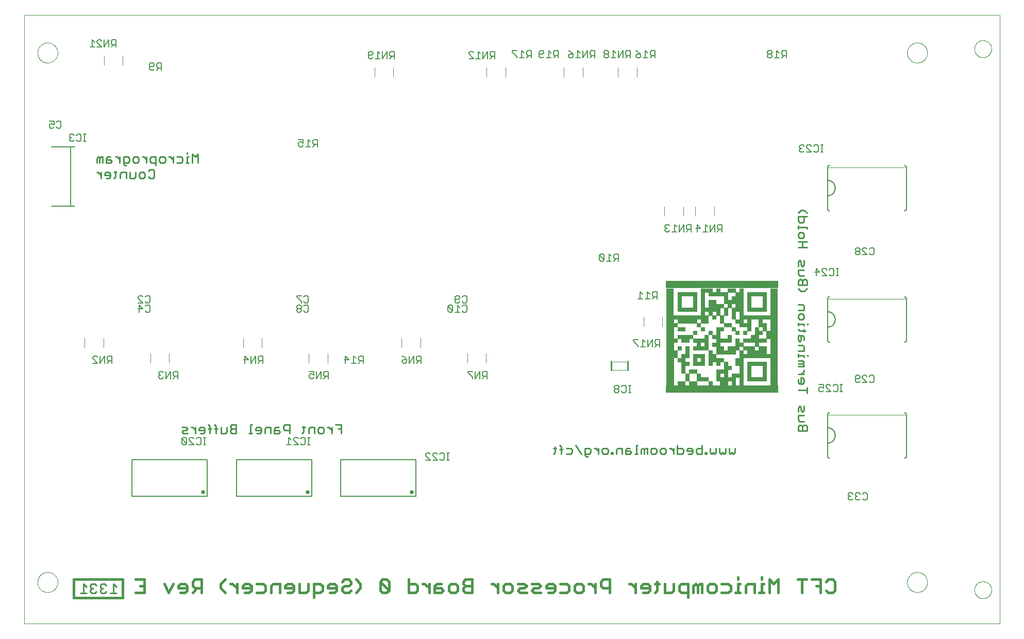
<source format=gbo>
G75*
%MOIN*%
%OFA0B0*%
%FSLAX25Y25*%
%IPPOS*%
%LPD*%
%AMOC8*
5,1,8,0,0,1.08239X$1,22.5*
%
%ADD10C,0.01600*%
%ADD11C,0.01500*%
%ADD12C,0.01000*%
%ADD13C,0.01100*%
%ADD14C,0.00500*%
%ADD15C,0.00800*%
%ADD16C,0.00400*%
%ADD17C,0.00039*%
%ADD18C,0.00295*%
%ADD19C,0.00600*%
%ADD20C,0.00200*%
%ADD21C,0.02559*%
%ADD22C,0.00000*%
%ADD23R,0.02500X0.02500*%
%ADD24R,0.12500X0.02500*%
%ADD25R,0.02500X0.07500*%
%ADD26R,0.05000X0.62500*%
%ADD27R,0.72500X0.05000*%
D10*
X0080333Y0091100D02*
X0080333Y0103100D01*
X0111833Y0103100D01*
X0111833Y0091100D01*
X0080333Y0091100D01*
D11*
X0120331Y0094350D02*
X0126002Y0094350D01*
X0126002Y0102857D01*
X0120331Y0102857D01*
X0123166Y0098604D02*
X0126002Y0098604D01*
X0138746Y0100022D02*
X0141582Y0094350D01*
X0144418Y0100022D01*
X0147954Y0098604D02*
X0147954Y0097186D01*
X0153626Y0097186D01*
X0153626Y0095768D02*
X0153626Y0098604D01*
X0152208Y0100022D01*
X0149372Y0100022D01*
X0147954Y0098604D01*
X0149372Y0094350D02*
X0152208Y0094350D01*
X0153626Y0095768D01*
X0157162Y0094350D02*
X0159998Y0097186D01*
X0158580Y0097186D02*
X0162834Y0097186D01*
X0162834Y0094350D02*
X0162834Y0102857D01*
X0158580Y0102857D01*
X0157162Y0101439D01*
X0157162Y0098604D01*
X0158580Y0097186D01*
X0175344Y0097186D02*
X0175344Y0100022D01*
X0178180Y0102857D01*
X0181600Y0100022D02*
X0183017Y0100022D01*
X0185853Y0097186D01*
X0185853Y0094350D02*
X0185853Y0100022D01*
X0189390Y0098604D02*
X0189390Y0097186D01*
X0195061Y0097186D01*
X0195061Y0095768D02*
X0195061Y0098604D01*
X0193643Y0100022D01*
X0190807Y0100022D01*
X0189390Y0098604D01*
X0190807Y0094350D02*
X0193643Y0094350D01*
X0195061Y0095768D01*
X0198597Y0094350D02*
X0202851Y0094350D01*
X0204269Y0095768D01*
X0204269Y0098604D01*
X0202851Y0100022D01*
X0198597Y0100022D01*
X0207805Y0098604D02*
X0207805Y0094350D01*
X0207805Y0098604D02*
X0209223Y0100022D01*
X0213477Y0100022D01*
X0213477Y0094350D01*
X0217013Y0097186D02*
X0222685Y0097186D01*
X0222685Y0095768D02*
X0222685Y0098604D01*
X0221267Y0100022D01*
X0218431Y0100022D01*
X0217013Y0098604D01*
X0217013Y0097186D01*
X0218431Y0094350D02*
X0221267Y0094350D01*
X0222685Y0095768D01*
X0226221Y0094350D02*
X0226221Y0100022D01*
X0231892Y0100022D02*
X0231892Y0095768D01*
X0230475Y0094350D01*
X0226221Y0094350D01*
X0235429Y0094350D02*
X0239682Y0094350D01*
X0241100Y0095768D01*
X0241100Y0098604D01*
X0239682Y0100022D01*
X0235429Y0100022D01*
X0235429Y0091514D01*
X0244637Y0097186D02*
X0250308Y0097186D01*
X0250308Y0095768D02*
X0250308Y0098604D01*
X0248890Y0100022D01*
X0246055Y0100022D01*
X0244637Y0098604D01*
X0244637Y0097186D01*
X0246055Y0094350D02*
X0248890Y0094350D01*
X0250308Y0095768D01*
X0253845Y0095768D02*
X0255262Y0094350D01*
X0258098Y0094350D01*
X0259516Y0095768D01*
X0258098Y0098604D02*
X0255262Y0098604D01*
X0253845Y0097186D01*
X0253845Y0095768D01*
X0258098Y0098604D02*
X0259516Y0100022D01*
X0259516Y0101439D01*
X0258098Y0102857D01*
X0255262Y0102857D01*
X0253845Y0101439D01*
X0262819Y0102857D02*
X0265655Y0100022D01*
X0265655Y0097186D01*
X0262819Y0094350D01*
X0278399Y0095768D02*
X0279817Y0094350D01*
X0282652Y0094350D01*
X0284070Y0095768D01*
X0278399Y0101439D01*
X0278399Y0095768D01*
X0284070Y0095768D02*
X0284070Y0101439D01*
X0282652Y0102857D01*
X0279817Y0102857D01*
X0278399Y0101439D01*
X0296815Y0100022D02*
X0301068Y0100022D01*
X0302486Y0098604D01*
X0302486Y0095768D01*
X0301068Y0094350D01*
X0296815Y0094350D01*
X0296815Y0102857D01*
X0305906Y0100022D02*
X0307324Y0100022D01*
X0310159Y0097186D01*
X0310159Y0094350D02*
X0310159Y0100022D01*
X0313696Y0098604D02*
X0313696Y0094350D01*
X0317949Y0094350D01*
X0319367Y0095768D01*
X0317949Y0097186D01*
X0313696Y0097186D01*
X0313696Y0098604D02*
X0315114Y0100022D01*
X0317949Y0100022D01*
X0322904Y0098604D02*
X0322904Y0095768D01*
X0324321Y0094350D01*
X0327157Y0094350D01*
X0328575Y0095768D01*
X0328575Y0098604D01*
X0327157Y0100022D01*
X0324321Y0100022D01*
X0322904Y0098604D01*
X0332111Y0100022D02*
X0333529Y0098604D01*
X0337783Y0098604D01*
X0337783Y0102857D02*
X0333529Y0102857D01*
X0332111Y0101439D01*
X0332111Y0100022D01*
X0333529Y0098604D02*
X0332111Y0097186D01*
X0332111Y0095768D01*
X0333529Y0094350D01*
X0337783Y0094350D01*
X0337783Y0102857D01*
X0350410Y0100022D02*
X0351828Y0100022D01*
X0354664Y0097186D01*
X0354664Y0094350D02*
X0354664Y0100022D01*
X0358200Y0098604D02*
X0358200Y0095768D01*
X0359618Y0094350D01*
X0362454Y0094350D01*
X0363872Y0095768D01*
X0363872Y0098604D01*
X0362454Y0100022D01*
X0359618Y0100022D01*
X0358200Y0098604D01*
X0367408Y0100022D02*
X0371662Y0100022D01*
X0373080Y0098604D01*
X0371662Y0097186D01*
X0368826Y0097186D01*
X0367408Y0095768D01*
X0368826Y0094350D01*
X0373080Y0094350D01*
X0376616Y0095768D02*
X0378034Y0097186D01*
X0380870Y0097186D01*
X0382288Y0098604D01*
X0380870Y0100022D01*
X0376616Y0100022D01*
X0376616Y0095768D02*
X0378034Y0094350D01*
X0382288Y0094350D01*
X0385824Y0097186D02*
X0385824Y0098604D01*
X0387242Y0100022D01*
X0390078Y0100022D01*
X0391495Y0098604D01*
X0391495Y0095768D01*
X0390078Y0094350D01*
X0387242Y0094350D01*
X0385824Y0097186D02*
X0391495Y0097186D01*
X0395032Y0100022D02*
X0399285Y0100022D01*
X0400703Y0098604D01*
X0400703Y0095768D01*
X0399285Y0094350D01*
X0395032Y0094350D01*
X0404240Y0095768D02*
X0404240Y0098604D01*
X0405657Y0100022D01*
X0408493Y0100022D01*
X0409911Y0098604D01*
X0409911Y0095768D01*
X0408493Y0094350D01*
X0405657Y0094350D01*
X0404240Y0095768D01*
X0413331Y0100022D02*
X0414749Y0100022D01*
X0417584Y0097186D01*
X0417584Y0094350D02*
X0417584Y0100022D01*
X0421121Y0101439D02*
X0421121Y0098604D01*
X0422539Y0097186D01*
X0426792Y0097186D01*
X0426792Y0094350D02*
X0426792Y0102857D01*
X0422539Y0102857D01*
X0421121Y0101439D01*
X0439420Y0100022D02*
X0440838Y0100022D01*
X0443673Y0097186D01*
X0443673Y0094350D02*
X0443673Y0100022D01*
X0447210Y0098604D02*
X0447210Y0097186D01*
X0452881Y0097186D01*
X0452881Y0095768D02*
X0452881Y0098604D01*
X0451463Y0100022D01*
X0448628Y0100022D01*
X0447210Y0098604D01*
X0448628Y0094350D02*
X0451463Y0094350D01*
X0452881Y0095768D01*
X0456184Y0094350D02*
X0457602Y0095768D01*
X0457602Y0101439D01*
X0459020Y0100022D02*
X0456184Y0100022D01*
X0462556Y0100022D02*
X0462556Y0094350D01*
X0466810Y0094350D01*
X0468228Y0095768D01*
X0468228Y0100022D01*
X0471764Y0098604D02*
X0471764Y0095768D01*
X0473182Y0094350D01*
X0477435Y0094350D01*
X0477435Y0091514D02*
X0477435Y0100022D01*
X0473182Y0100022D01*
X0471764Y0098604D01*
X0480972Y0098604D02*
X0480972Y0094350D01*
X0483808Y0094350D02*
X0483808Y0098604D01*
X0482390Y0100022D01*
X0480972Y0098604D01*
X0483808Y0098604D02*
X0485225Y0100022D01*
X0486643Y0100022D01*
X0486643Y0094350D01*
X0490180Y0095768D02*
X0490180Y0098604D01*
X0491598Y0100022D01*
X0494433Y0100022D01*
X0495851Y0098604D01*
X0495851Y0095768D01*
X0494433Y0094350D01*
X0491598Y0094350D01*
X0490180Y0095768D01*
X0499388Y0094350D02*
X0503641Y0094350D01*
X0505059Y0095768D01*
X0505059Y0098604D01*
X0503641Y0100022D01*
X0499388Y0100022D01*
X0509780Y0100022D02*
X0509780Y0094350D01*
X0511198Y0094350D02*
X0508362Y0094350D01*
X0509780Y0100022D02*
X0511198Y0100022D01*
X0509780Y0102857D02*
X0509780Y0104275D01*
X0514734Y0098604D02*
X0514734Y0094350D01*
X0514734Y0098604D02*
X0516152Y0100022D01*
X0520405Y0100022D01*
X0520405Y0094350D01*
X0523708Y0094350D02*
X0526544Y0094350D01*
X0525126Y0094350D02*
X0525126Y0100022D01*
X0526544Y0100022D01*
X0525126Y0102857D02*
X0525126Y0104275D01*
X0530080Y0102857D02*
X0530080Y0094350D01*
X0535752Y0094350D02*
X0535752Y0102857D01*
X0532916Y0100022D01*
X0530080Y0102857D01*
X0548496Y0102857D02*
X0554168Y0102857D01*
X0551332Y0102857D02*
X0551332Y0094350D01*
X0560540Y0098604D02*
X0563375Y0098604D01*
X0563375Y0102857D02*
X0557704Y0102857D01*
X0563375Y0102857D02*
X0563375Y0094350D01*
X0566912Y0095768D02*
X0568330Y0094350D01*
X0571165Y0094350D01*
X0572583Y0095768D01*
X0572583Y0101439D01*
X0571165Y0102857D01*
X0568330Y0102857D01*
X0566912Y0101439D01*
X0178180Y0094350D02*
X0175344Y0097186D01*
D12*
X0175496Y0197500D02*
X0175496Y0201237D01*
X0173155Y0200302D02*
X0171287Y0200302D01*
X0172221Y0202171D02*
X0172221Y0197500D01*
X0175496Y0197500D02*
X0178298Y0197500D01*
X0179232Y0198434D01*
X0179232Y0201237D01*
X0181573Y0201237D02*
X0182507Y0200302D01*
X0185309Y0200302D01*
X0182507Y0200302D02*
X0181573Y0199368D01*
X0181573Y0198434D01*
X0182507Y0197500D01*
X0185309Y0197500D01*
X0185309Y0203105D01*
X0182507Y0203105D01*
X0181573Y0202171D01*
X0181573Y0201237D01*
X0172221Y0202171D02*
X0171287Y0203105D01*
X0168169Y0202171D02*
X0168169Y0197500D01*
X0169104Y0200302D02*
X0167235Y0200302D01*
X0168169Y0202171D02*
X0167235Y0203105D01*
X0165052Y0200302D02*
X0164118Y0201237D01*
X0162250Y0201237D01*
X0161316Y0200302D01*
X0161316Y0199368D01*
X0165052Y0199368D01*
X0165052Y0198434D02*
X0165052Y0200302D01*
X0165052Y0198434D02*
X0164118Y0197500D01*
X0162250Y0197500D01*
X0158975Y0197500D02*
X0158975Y0201237D01*
X0157107Y0201237D02*
X0156173Y0201237D01*
X0157107Y0201237D02*
X0158975Y0199368D01*
X0153911Y0200302D02*
X0152977Y0201237D01*
X0150174Y0201237D01*
X0151108Y0199368D02*
X0152977Y0199368D01*
X0153911Y0200302D01*
X0153911Y0197500D02*
X0151108Y0197500D01*
X0150174Y0198434D01*
X0151108Y0199368D01*
X0193570Y0197500D02*
X0195438Y0197500D01*
X0194504Y0197500D02*
X0194504Y0203105D01*
X0195438Y0203105D01*
X0197779Y0200302D02*
X0197779Y0199368D01*
X0201515Y0199368D01*
X0201515Y0198434D02*
X0201515Y0200302D01*
X0200581Y0201237D01*
X0198713Y0201237D01*
X0197779Y0200302D01*
X0198713Y0197500D02*
X0200581Y0197500D01*
X0201515Y0198434D01*
X0203856Y0197500D02*
X0203856Y0200302D01*
X0204790Y0201237D01*
X0207592Y0201237D01*
X0207592Y0197500D01*
X0209933Y0197500D02*
X0212736Y0197500D01*
X0213670Y0198434D01*
X0212736Y0199368D01*
X0209933Y0199368D01*
X0209933Y0200302D02*
X0209933Y0197500D01*
X0209933Y0200302D02*
X0210867Y0201237D01*
X0212736Y0201237D01*
X0216010Y0202171D02*
X0216010Y0200302D01*
X0216944Y0199368D01*
X0219747Y0199368D01*
X0219747Y0197500D02*
X0219747Y0203105D01*
X0216944Y0203105D01*
X0216010Y0202171D01*
X0228007Y0201237D02*
X0229875Y0201237D01*
X0228941Y0202171D02*
X0228941Y0198434D01*
X0228007Y0197500D01*
X0232216Y0197500D02*
X0232216Y0200302D01*
X0233150Y0201237D01*
X0235953Y0201237D01*
X0235953Y0197500D01*
X0238293Y0198434D02*
X0238293Y0200302D01*
X0239227Y0201237D01*
X0241096Y0201237D01*
X0242030Y0200302D01*
X0242030Y0198434D01*
X0241096Y0197500D01*
X0239227Y0197500D01*
X0238293Y0198434D01*
X0244292Y0201237D02*
X0245226Y0201237D01*
X0247094Y0199368D01*
X0247094Y0197500D02*
X0247094Y0201237D01*
X0249435Y0203105D02*
X0253171Y0203105D01*
X0253171Y0197500D01*
X0253171Y0200302D02*
X0251303Y0200302D01*
X0390498Y0187837D02*
X0392367Y0187837D01*
X0391433Y0188771D02*
X0391433Y0185034D01*
X0390498Y0184100D01*
X0394550Y0186902D02*
X0396418Y0186902D01*
X0395484Y0188771D02*
X0394550Y0189705D01*
X0395484Y0188771D02*
X0395484Y0184100D01*
X0398759Y0184100D02*
X0401561Y0184100D01*
X0402495Y0185034D01*
X0402495Y0186902D01*
X0401561Y0187837D01*
X0398759Y0187837D01*
X0404836Y0189705D02*
X0408573Y0184100D01*
X0410913Y0184100D02*
X0413716Y0184100D01*
X0414650Y0185034D01*
X0414650Y0186902D01*
X0413716Y0187837D01*
X0410913Y0187837D01*
X0410913Y0183166D01*
X0411847Y0182232D01*
X0412782Y0182232D01*
X0416912Y0187837D02*
X0417846Y0187837D01*
X0419714Y0185968D01*
X0419714Y0184100D02*
X0419714Y0187837D01*
X0422055Y0186902D02*
X0422989Y0187837D01*
X0424857Y0187837D01*
X0425791Y0186902D01*
X0425791Y0185034D01*
X0424857Y0184100D01*
X0422989Y0184100D01*
X0422055Y0185034D01*
X0422055Y0186902D01*
X0427896Y0185034D02*
X0427896Y0184100D01*
X0428830Y0184100D01*
X0428830Y0185034D01*
X0427896Y0185034D01*
X0431171Y0184100D02*
X0431171Y0186902D01*
X0432105Y0187837D01*
X0434907Y0187837D01*
X0434907Y0184100D01*
X0437248Y0184100D02*
X0440050Y0184100D01*
X0440984Y0185034D01*
X0440050Y0185968D01*
X0437248Y0185968D01*
X0437248Y0186902D02*
X0437248Y0184100D01*
X0437248Y0186902D02*
X0438182Y0187837D01*
X0440050Y0187837D01*
X0444102Y0189705D02*
X0444102Y0184100D01*
X0445036Y0184100D02*
X0443167Y0184100D01*
X0447376Y0184100D02*
X0447376Y0186902D01*
X0448311Y0187837D01*
X0449245Y0186902D01*
X0449245Y0184100D01*
X0451113Y0184100D02*
X0451113Y0187837D01*
X0450179Y0187837D01*
X0449245Y0186902D01*
X0453454Y0186902D02*
X0454388Y0187837D01*
X0456256Y0187837D01*
X0457190Y0186902D01*
X0457190Y0185034D01*
X0456256Y0184100D01*
X0454388Y0184100D01*
X0453454Y0185034D01*
X0453454Y0186902D01*
X0459531Y0186902D02*
X0460465Y0187837D01*
X0462333Y0187837D01*
X0463267Y0186902D01*
X0463267Y0185034D01*
X0462333Y0184100D01*
X0460465Y0184100D01*
X0459531Y0185034D01*
X0459531Y0186902D01*
X0465529Y0187837D02*
X0466463Y0187837D01*
X0468332Y0185968D01*
X0468332Y0184100D02*
X0468332Y0187837D01*
X0470672Y0187837D02*
X0473475Y0187837D01*
X0474409Y0186902D01*
X0474409Y0185034D01*
X0473475Y0184100D01*
X0470672Y0184100D01*
X0470672Y0189705D01*
X0476749Y0186902D02*
X0476749Y0185968D01*
X0480486Y0185968D01*
X0480486Y0185034D02*
X0480486Y0186902D01*
X0479552Y0187837D01*
X0477684Y0187837D01*
X0476749Y0186902D01*
X0477684Y0184100D02*
X0479552Y0184100D01*
X0480486Y0185034D01*
X0482827Y0185034D02*
X0483761Y0184100D01*
X0486563Y0184100D01*
X0486563Y0189705D01*
X0486563Y0187837D02*
X0483761Y0187837D01*
X0482827Y0186902D01*
X0482827Y0185034D01*
X0488668Y0185034D02*
X0488668Y0184100D01*
X0489602Y0184100D01*
X0489602Y0185034D01*
X0488668Y0185034D01*
X0491942Y0185034D02*
X0492877Y0184100D01*
X0493811Y0185034D01*
X0494745Y0184100D01*
X0495679Y0185034D01*
X0495679Y0187837D01*
X0498020Y0187837D02*
X0498020Y0185034D01*
X0498954Y0184100D01*
X0499888Y0185034D01*
X0500822Y0184100D01*
X0501756Y0185034D01*
X0501756Y0187837D01*
X0504097Y0187837D02*
X0504097Y0185034D01*
X0505031Y0184100D01*
X0505965Y0185034D01*
X0506899Y0184100D01*
X0507833Y0185034D01*
X0507833Y0187837D01*
X0491942Y0187837D02*
X0491942Y0185034D01*
X0445036Y0189705D02*
X0444102Y0189705D01*
X0548833Y0199100D02*
X0548833Y0201902D01*
X0549767Y0202837D01*
X0550702Y0202837D01*
X0551636Y0201902D01*
X0551636Y0199100D01*
X0554438Y0199100D02*
X0548833Y0199100D01*
X0551636Y0201902D02*
X0552570Y0202837D01*
X0553504Y0202837D01*
X0554438Y0201902D01*
X0554438Y0199100D01*
X0552570Y0205177D02*
X0549767Y0205177D01*
X0548833Y0206111D01*
X0548833Y0208914D01*
X0552570Y0208914D01*
X0551636Y0211254D02*
X0552570Y0212189D01*
X0552570Y0214991D01*
X0550702Y0214057D02*
X0550702Y0212189D01*
X0551636Y0211254D01*
X0548833Y0211254D02*
X0548833Y0214057D01*
X0549767Y0214991D01*
X0550702Y0214057D01*
X0554438Y0223409D02*
X0554438Y0227145D01*
X0554438Y0225277D02*
X0548833Y0225277D01*
X0549767Y0229486D02*
X0551636Y0229486D01*
X0552570Y0230420D01*
X0552570Y0232288D01*
X0551636Y0233222D01*
X0550702Y0233222D01*
X0550702Y0229486D01*
X0549767Y0229486D02*
X0548833Y0230420D01*
X0548833Y0232288D01*
X0548833Y0235563D02*
X0552570Y0235563D01*
X0552570Y0237431D02*
X0552570Y0238366D01*
X0552570Y0237431D02*
X0550702Y0235563D01*
X0552570Y0240627D02*
X0552570Y0241562D01*
X0551636Y0242496D01*
X0552570Y0243430D01*
X0551636Y0244364D01*
X0548833Y0244364D01*
X0548833Y0242496D02*
X0551636Y0242496D01*
X0552570Y0240627D02*
X0548833Y0240627D01*
X0548833Y0246705D02*
X0548833Y0248573D01*
X0548833Y0247639D02*
X0552570Y0247639D01*
X0552570Y0246705D01*
X0554438Y0247639D02*
X0555372Y0247639D01*
X0552570Y0250756D02*
X0552570Y0253558D01*
X0551636Y0254493D01*
X0548833Y0254493D01*
X0549767Y0256833D02*
X0550702Y0257767D01*
X0550702Y0260570D01*
X0551636Y0260570D02*
X0548833Y0260570D01*
X0548833Y0257767D01*
X0549767Y0256833D01*
X0552570Y0257767D02*
X0552570Y0259636D01*
X0551636Y0260570D01*
X0552570Y0262910D02*
X0552570Y0264779D01*
X0553504Y0263845D02*
X0549767Y0263845D01*
X0548833Y0264779D01*
X0548833Y0266962D02*
X0548833Y0268830D01*
X0548833Y0267896D02*
X0552570Y0267896D01*
X0552570Y0266962D01*
X0554438Y0267896D02*
X0555372Y0267896D01*
X0551636Y0271013D02*
X0552570Y0271948D01*
X0552570Y0273816D01*
X0551636Y0274750D01*
X0549767Y0274750D01*
X0548833Y0273816D01*
X0548833Y0271948D01*
X0549767Y0271013D01*
X0551636Y0271013D01*
X0552570Y0277091D02*
X0552570Y0279893D01*
X0551636Y0280827D01*
X0548833Y0280827D01*
X0548833Y0277091D02*
X0552570Y0277091D01*
X0552570Y0289245D02*
X0554438Y0291113D01*
X0554438Y0293296D02*
X0548833Y0293296D01*
X0548833Y0296099D01*
X0549767Y0297033D01*
X0550702Y0297033D01*
X0551636Y0296099D01*
X0551636Y0293296D01*
X0554438Y0293296D02*
X0554438Y0296099D01*
X0553504Y0297033D01*
X0552570Y0297033D01*
X0551636Y0296099D01*
X0552570Y0299374D02*
X0549767Y0299374D01*
X0548833Y0300308D01*
X0548833Y0303110D01*
X0552570Y0303110D01*
X0551636Y0305451D02*
X0552570Y0306385D01*
X0552570Y0309187D01*
X0550702Y0308253D02*
X0549767Y0309187D01*
X0548833Y0308253D01*
X0548833Y0305451D01*
X0550702Y0306385D02*
X0551636Y0305451D01*
X0550702Y0306385D02*
X0550702Y0308253D01*
X0551636Y0317605D02*
X0551636Y0321342D01*
X0551636Y0323682D02*
X0549767Y0323682D01*
X0548833Y0324616D01*
X0548833Y0326485D01*
X0549767Y0327419D01*
X0551636Y0327419D01*
X0552570Y0326485D01*
X0552570Y0324616D01*
X0551636Y0323682D01*
X0554438Y0321342D02*
X0548833Y0321342D01*
X0548833Y0317605D02*
X0554438Y0317605D01*
X0554438Y0329760D02*
X0554438Y0330694D01*
X0548833Y0330694D01*
X0548833Y0329760D02*
X0548833Y0331628D01*
X0549767Y0333811D02*
X0551636Y0333811D01*
X0552570Y0334745D01*
X0552570Y0337548D01*
X0554438Y0337548D02*
X0548833Y0337548D01*
X0548833Y0334745D01*
X0549767Y0333811D01*
X0548833Y0339888D02*
X0550702Y0341756D01*
X0552570Y0341756D01*
X0554438Y0339888D01*
X0548833Y0291113D02*
X0550702Y0289245D01*
X0552570Y0289245D01*
X0552570Y0250756D02*
X0548833Y0250756D01*
X0160695Y0372500D02*
X0160695Y0378105D01*
X0158827Y0376237D01*
X0156959Y0378105D01*
X0156959Y0372500D01*
X0154618Y0372500D02*
X0152750Y0372500D01*
X0153684Y0372500D02*
X0153684Y0376237D01*
X0154618Y0376237D01*
X0153684Y0378105D02*
X0153684Y0379039D01*
X0150567Y0375302D02*
X0150567Y0373434D01*
X0149633Y0372500D01*
X0146830Y0372500D01*
X0144489Y0372500D02*
X0144489Y0376237D01*
X0142621Y0376237D02*
X0141687Y0376237D01*
X0142621Y0376237D02*
X0144489Y0374368D01*
X0146830Y0376237D02*
X0149633Y0376237D01*
X0150567Y0375302D01*
X0139425Y0375302D02*
X0139425Y0373434D01*
X0138491Y0372500D01*
X0136623Y0372500D01*
X0135689Y0373434D01*
X0135689Y0375302D01*
X0136623Y0376237D01*
X0138491Y0376237D01*
X0139425Y0375302D01*
X0133348Y0376237D02*
X0133348Y0370632D01*
X0133348Y0372500D02*
X0130546Y0372500D01*
X0129611Y0373434D01*
X0129611Y0375302D01*
X0130546Y0376237D01*
X0133348Y0376237D01*
X0127271Y0376237D02*
X0127271Y0372500D01*
X0127271Y0374368D02*
X0125403Y0376237D01*
X0124468Y0376237D01*
X0122206Y0375302D02*
X0122206Y0373434D01*
X0121272Y0372500D01*
X0119404Y0372500D01*
X0118470Y0373434D01*
X0118470Y0375302D01*
X0119404Y0376237D01*
X0121272Y0376237D01*
X0122206Y0375302D01*
X0116129Y0375302D02*
X0116129Y0373434D01*
X0115195Y0372500D01*
X0112393Y0372500D01*
X0112393Y0371566D02*
X0112393Y0376237D01*
X0115195Y0376237D01*
X0116129Y0375302D01*
X0114261Y0370632D02*
X0113327Y0370632D01*
X0112393Y0371566D01*
X0110052Y0372500D02*
X0110052Y0376237D01*
X0108184Y0376237D02*
X0107250Y0376237D01*
X0108184Y0376237D02*
X0110052Y0374368D01*
X0104988Y0373434D02*
X0104054Y0374368D01*
X0101251Y0374368D01*
X0101251Y0375302D02*
X0101251Y0372500D01*
X0104054Y0372500D01*
X0104988Y0373434D01*
X0104054Y0376237D02*
X0102185Y0376237D01*
X0101251Y0375302D01*
X0098911Y0376237D02*
X0098911Y0372500D01*
X0097042Y0372500D02*
X0097042Y0375302D01*
X0096108Y0376237D01*
X0095174Y0375302D01*
X0095174Y0372500D01*
X0097042Y0375302D02*
X0097976Y0376237D01*
X0098911Y0376237D01*
X0097898Y0366237D02*
X0097898Y0362500D01*
X0097898Y0364368D02*
X0096029Y0366237D01*
X0095095Y0366237D01*
X0100238Y0365302D02*
X0100238Y0364368D01*
X0103975Y0364368D01*
X0103975Y0363434D02*
X0103975Y0365302D01*
X0103041Y0366237D01*
X0101172Y0366237D01*
X0100238Y0365302D01*
X0101172Y0362500D02*
X0103041Y0362500D01*
X0103975Y0363434D01*
X0106158Y0362500D02*
X0107092Y0363434D01*
X0107092Y0367171D01*
X0108026Y0366237D02*
X0106158Y0366237D01*
X0110367Y0365302D02*
X0110367Y0362500D01*
X0110367Y0365302D02*
X0111301Y0366237D01*
X0114104Y0366237D01*
X0114104Y0362500D01*
X0116444Y0362500D02*
X0116444Y0366237D01*
X0120181Y0366237D02*
X0120181Y0363434D01*
X0119247Y0362500D01*
X0116444Y0362500D01*
X0122521Y0363434D02*
X0122521Y0365302D01*
X0123456Y0366237D01*
X0125324Y0366237D01*
X0126258Y0365302D01*
X0126258Y0363434D01*
X0125324Y0362500D01*
X0123456Y0362500D01*
X0122521Y0363434D01*
X0128599Y0363434D02*
X0129533Y0362500D01*
X0131401Y0362500D01*
X0132335Y0363434D01*
X0132335Y0367171D01*
X0131401Y0368105D01*
X0129533Y0368105D01*
X0128599Y0367171D01*
D13*
X0105815Y0100055D02*
X0105815Y0094150D01*
X0107783Y0094150D02*
X0103847Y0094150D01*
X0101338Y0095134D02*
X0100354Y0094150D01*
X0098385Y0094150D01*
X0097401Y0095134D01*
X0097401Y0096118D01*
X0098385Y0097103D01*
X0099369Y0097103D01*
X0098385Y0097103D02*
X0097401Y0098087D01*
X0097401Y0099071D01*
X0098385Y0100055D01*
X0100354Y0100055D01*
X0101338Y0099071D01*
X0105815Y0100055D02*
X0107783Y0098087D01*
X0094892Y0099071D02*
X0093908Y0100055D01*
X0091940Y0100055D01*
X0090956Y0099071D01*
X0090956Y0098087D01*
X0091940Y0097103D01*
X0090956Y0096118D01*
X0090956Y0095134D01*
X0091940Y0094150D01*
X0093908Y0094150D01*
X0094892Y0095134D01*
X0092924Y0097103D02*
X0091940Y0097103D01*
X0088447Y0098087D02*
X0086478Y0100055D01*
X0086478Y0094150D01*
X0084510Y0094150D02*
X0088447Y0094150D01*
D14*
X0151054Y0190100D02*
X0152556Y0190100D01*
X0153306Y0190851D01*
X0150304Y0193853D01*
X0150304Y0190851D01*
X0151054Y0190100D01*
X0153306Y0190851D02*
X0153306Y0193853D01*
X0152556Y0194604D01*
X0151054Y0194604D01*
X0150304Y0193853D01*
X0154908Y0193853D02*
X0155658Y0194604D01*
X0157159Y0194604D01*
X0157910Y0193853D01*
X0159511Y0193853D02*
X0160262Y0194604D01*
X0161763Y0194604D01*
X0162514Y0193853D01*
X0162514Y0190851D01*
X0161763Y0190100D01*
X0160262Y0190100D01*
X0159511Y0190851D01*
X0157910Y0190100D02*
X0154908Y0193103D01*
X0154908Y0193853D01*
X0154908Y0190100D02*
X0157910Y0190100D01*
X0164082Y0190100D02*
X0165583Y0190100D01*
X0164833Y0190100D02*
X0164833Y0194604D01*
X0165583Y0194604D02*
X0164082Y0194604D01*
X0147395Y0232850D02*
X0147395Y0237354D01*
X0145143Y0237354D01*
X0144393Y0236603D01*
X0144393Y0235102D01*
X0145143Y0234351D01*
X0147395Y0234351D01*
X0145894Y0234351D02*
X0144393Y0232850D01*
X0142791Y0232850D02*
X0142791Y0237354D01*
X0139789Y0232850D01*
X0139789Y0237354D01*
X0138187Y0236603D02*
X0137437Y0237354D01*
X0135935Y0237354D01*
X0135185Y0236603D01*
X0135185Y0235853D01*
X0135935Y0235102D01*
X0135185Y0234351D01*
X0135185Y0233601D01*
X0135935Y0232850D01*
X0137437Y0232850D01*
X0138187Y0233601D01*
X0136686Y0235102D02*
X0135935Y0235102D01*
X0104895Y0242850D02*
X0104895Y0247354D01*
X0102643Y0247354D01*
X0101893Y0246603D01*
X0101893Y0245102D01*
X0102643Y0244351D01*
X0104895Y0244351D01*
X0103394Y0244351D02*
X0101893Y0242850D01*
X0100291Y0242850D02*
X0100291Y0247354D01*
X0097289Y0242850D01*
X0097289Y0247354D01*
X0095687Y0246603D02*
X0094937Y0247354D01*
X0093435Y0247354D01*
X0092685Y0246603D01*
X0092685Y0245853D01*
X0095687Y0242850D01*
X0092685Y0242850D01*
X0122664Y0275795D02*
X0122664Y0280299D01*
X0124916Y0278047D01*
X0121914Y0278047D01*
X0121914Y0281795D02*
X0124916Y0281795D01*
X0121914Y0284797D01*
X0121914Y0285548D01*
X0122664Y0286299D01*
X0124166Y0286299D01*
X0124916Y0285548D01*
X0126518Y0285548D02*
X0127268Y0286299D01*
X0128770Y0286299D01*
X0129520Y0285548D01*
X0129520Y0282546D01*
X0128770Y0281795D01*
X0127268Y0281795D01*
X0126518Y0282546D01*
X0127268Y0280299D02*
X0128770Y0280299D01*
X0129520Y0279548D01*
X0129520Y0276546D01*
X0128770Y0275795D01*
X0127268Y0275795D01*
X0126518Y0276546D01*
X0126518Y0279548D02*
X0127268Y0280299D01*
X0190935Y0247354D02*
X0190935Y0242850D01*
X0190185Y0245102D02*
X0193187Y0245102D01*
X0190935Y0247354D01*
X0194789Y0247354D02*
X0194789Y0242850D01*
X0197791Y0247354D01*
X0197791Y0242850D01*
X0199393Y0242850D02*
X0200894Y0244351D01*
X0200143Y0244351D02*
X0202395Y0244351D01*
X0202395Y0242850D02*
X0202395Y0247354D01*
X0200143Y0247354D01*
X0199393Y0246603D01*
X0199393Y0245102D01*
X0200143Y0244351D01*
X0232685Y0237354D02*
X0235687Y0237354D01*
X0235687Y0235102D01*
X0234186Y0235853D01*
X0233435Y0235853D01*
X0232685Y0235102D01*
X0232685Y0233601D01*
X0233435Y0232850D01*
X0234937Y0232850D01*
X0235687Y0233601D01*
X0237289Y0232850D02*
X0237289Y0237354D01*
X0240291Y0237354D02*
X0237289Y0232850D01*
X0240291Y0232850D02*
X0240291Y0237354D01*
X0241893Y0236603D02*
X0241893Y0235102D01*
X0242643Y0234351D01*
X0244895Y0234351D01*
X0244895Y0232850D02*
X0244895Y0237354D01*
X0242643Y0237354D01*
X0241893Y0236603D01*
X0243394Y0234351D02*
X0241893Y0232850D01*
X0255935Y0242850D02*
X0255935Y0247354D01*
X0258187Y0245102D01*
X0255185Y0245102D01*
X0259789Y0242850D02*
X0262791Y0242850D01*
X0261290Y0242850D02*
X0261290Y0247354D01*
X0262791Y0245853D01*
X0264393Y0246603D02*
X0264393Y0245102D01*
X0265143Y0244351D01*
X0267395Y0244351D01*
X0267395Y0242850D02*
X0267395Y0247354D01*
X0265143Y0247354D01*
X0264393Y0246603D01*
X0265894Y0244351D02*
X0264393Y0242850D01*
X0292685Y0243601D02*
X0292685Y0244351D01*
X0293435Y0245102D01*
X0295687Y0245102D01*
X0295687Y0243601D01*
X0294937Y0242850D01*
X0293435Y0242850D01*
X0292685Y0243601D01*
X0294186Y0246603D02*
X0295687Y0245102D01*
X0294186Y0246603D02*
X0292685Y0247354D01*
X0297289Y0247354D02*
X0297289Y0242850D01*
X0300291Y0247354D01*
X0300291Y0242850D01*
X0301893Y0242850D02*
X0303394Y0244351D01*
X0302643Y0244351D02*
X0304895Y0244351D01*
X0304895Y0242850D02*
X0304895Y0247354D01*
X0302643Y0247354D01*
X0301893Y0246603D01*
X0301893Y0245102D01*
X0302643Y0244351D01*
X0335185Y0237354D02*
X0335185Y0236603D01*
X0338187Y0233601D01*
X0338187Y0232850D01*
X0339789Y0232850D02*
X0339789Y0237354D01*
X0338187Y0237354D02*
X0335185Y0237354D01*
X0339789Y0232850D02*
X0342791Y0237354D01*
X0342791Y0232850D01*
X0344393Y0232850D02*
X0345894Y0234351D01*
X0345143Y0234351D02*
X0347395Y0234351D01*
X0347395Y0232850D02*
X0347395Y0237354D01*
X0345143Y0237354D01*
X0344393Y0236603D01*
X0344393Y0235102D01*
X0345143Y0234351D01*
X0333770Y0275795D02*
X0332268Y0275795D01*
X0331518Y0276546D01*
X0329916Y0275795D02*
X0326914Y0275795D01*
X0328415Y0275795D02*
X0328415Y0280299D01*
X0329916Y0278797D01*
X0331518Y0279548D02*
X0332268Y0280299D01*
X0333770Y0280299D01*
X0334520Y0279548D01*
X0334520Y0276546D01*
X0333770Y0275795D01*
X0333770Y0281795D02*
X0332268Y0281795D01*
X0331518Y0282546D01*
X0329916Y0282546D02*
X0329166Y0281795D01*
X0327664Y0281795D01*
X0326914Y0282546D01*
X0326914Y0285548D01*
X0327664Y0286299D01*
X0329166Y0286299D01*
X0329916Y0285548D01*
X0329916Y0284797D01*
X0329166Y0284047D01*
X0326914Y0284047D01*
X0324562Y0280299D02*
X0323061Y0280299D01*
X0322310Y0279548D01*
X0325312Y0276546D01*
X0324562Y0275795D01*
X0323061Y0275795D01*
X0322310Y0276546D01*
X0322310Y0279548D01*
X0324562Y0280299D02*
X0325312Y0279548D01*
X0325312Y0276546D01*
X0331518Y0285548D02*
X0332268Y0286299D01*
X0333770Y0286299D01*
X0334520Y0285548D01*
X0334520Y0282546D01*
X0333770Y0281795D01*
X0420373Y0309601D02*
X0421124Y0308850D01*
X0422625Y0308850D01*
X0423375Y0309601D01*
X0420373Y0312603D01*
X0420373Y0309601D01*
X0420373Y0312603D02*
X0421124Y0313354D01*
X0422625Y0313354D01*
X0423375Y0312603D01*
X0423375Y0309601D01*
X0424977Y0308850D02*
X0427979Y0308850D01*
X0426478Y0308850D02*
X0426478Y0313354D01*
X0427979Y0311853D01*
X0429581Y0312603D02*
X0429581Y0311102D01*
X0430331Y0310351D01*
X0432583Y0310351D01*
X0431082Y0310351D02*
X0429581Y0308850D01*
X0432583Y0308850D02*
X0432583Y0313354D01*
X0430331Y0313354D01*
X0429581Y0312603D01*
X0446686Y0288854D02*
X0446686Y0284350D01*
X0448187Y0284350D02*
X0445185Y0284350D01*
X0448187Y0287353D02*
X0446686Y0288854D01*
X0451290Y0288854D02*
X0451290Y0284350D01*
X0452791Y0284350D02*
X0449789Y0284350D01*
X0452791Y0287353D02*
X0451290Y0288854D01*
X0454393Y0288103D02*
X0454393Y0286602D01*
X0455143Y0285851D01*
X0457395Y0285851D01*
X0457395Y0284350D02*
X0457395Y0288854D01*
X0455143Y0288854D01*
X0454393Y0288103D01*
X0455894Y0285851D02*
X0454393Y0284350D01*
X0454479Y0257854D02*
X0451477Y0253350D01*
X0451477Y0257854D01*
X0449875Y0256353D02*
X0448374Y0257854D01*
X0448374Y0253350D01*
X0449875Y0253350D02*
X0446873Y0253350D01*
X0445272Y0253350D02*
X0445272Y0254101D01*
X0442269Y0257103D01*
X0442269Y0257854D01*
X0445272Y0257854D01*
X0454479Y0257854D02*
X0454479Y0253350D01*
X0456081Y0253350D02*
X0457582Y0254851D01*
X0456831Y0254851D02*
X0459083Y0254851D01*
X0459083Y0253350D02*
X0459083Y0257854D01*
X0456831Y0257854D01*
X0456081Y0257103D01*
X0456081Y0255602D01*
X0456831Y0254851D01*
X0438924Y0244250D02*
X0438924Y0237950D01*
X0439082Y0228354D02*
X0440583Y0228354D01*
X0439833Y0228354D02*
X0439833Y0223850D01*
X0440583Y0223850D02*
X0439082Y0223850D01*
X0437514Y0224601D02*
X0436763Y0223850D01*
X0435262Y0223850D01*
X0434511Y0224601D01*
X0432910Y0224601D02*
X0432910Y0225351D01*
X0432159Y0226102D01*
X0430658Y0226102D01*
X0429908Y0225351D01*
X0429908Y0224601D01*
X0430658Y0223850D01*
X0432159Y0223850D01*
X0432910Y0224601D01*
X0432159Y0226102D02*
X0432910Y0226853D01*
X0432910Y0227603D01*
X0432159Y0228354D01*
X0430658Y0228354D01*
X0429908Y0227603D01*
X0429908Y0226853D01*
X0430658Y0226102D01*
X0434511Y0227603D02*
X0435262Y0228354D01*
X0436763Y0228354D01*
X0437514Y0227603D01*
X0437514Y0224601D01*
X0427743Y0237950D02*
X0427743Y0244250D01*
X0463435Y0327850D02*
X0464937Y0327850D01*
X0465687Y0328601D01*
X0467289Y0327850D02*
X0470291Y0327850D01*
X0468790Y0327850D02*
X0468790Y0332354D01*
X0470291Y0330853D01*
X0471893Y0332354D02*
X0471893Y0327850D01*
X0474895Y0332354D01*
X0474895Y0327850D01*
X0476497Y0327850D02*
X0477998Y0329351D01*
X0477247Y0329351D02*
X0479499Y0329351D01*
X0479499Y0327850D02*
X0479499Y0332354D01*
X0477247Y0332354D01*
X0476497Y0331603D01*
X0476497Y0330102D01*
X0477247Y0329351D01*
X0482685Y0330102D02*
X0485687Y0330102D01*
X0483435Y0332354D01*
X0483435Y0327850D01*
X0487289Y0327850D02*
X0490291Y0327850D01*
X0488790Y0327850D02*
X0488790Y0332354D01*
X0490291Y0330853D01*
X0491893Y0332354D02*
X0491893Y0327850D01*
X0494895Y0332354D01*
X0494895Y0327850D01*
X0496497Y0327850D02*
X0497998Y0329351D01*
X0497247Y0329351D02*
X0499499Y0329351D01*
X0499499Y0327850D02*
X0499499Y0332354D01*
X0497247Y0332354D01*
X0496497Y0331603D01*
X0496497Y0330102D01*
X0497247Y0329351D01*
X0465687Y0331603D02*
X0464937Y0332354D01*
X0463435Y0332354D01*
X0462685Y0331603D01*
X0462685Y0330853D01*
X0463435Y0330102D01*
X0462685Y0329351D01*
X0462685Y0328601D01*
X0463435Y0327850D01*
X0463435Y0330102D02*
X0464186Y0330102D01*
X0549685Y0380101D02*
X0550435Y0379350D01*
X0551937Y0379350D01*
X0552687Y0380101D01*
X0554289Y0379350D02*
X0557291Y0379350D01*
X0554289Y0382353D01*
X0554289Y0383103D01*
X0555039Y0383854D01*
X0556541Y0383854D01*
X0557291Y0383103D01*
X0558893Y0383103D02*
X0559643Y0383854D01*
X0561145Y0383854D01*
X0561895Y0383103D01*
X0561895Y0380101D01*
X0561145Y0379350D01*
X0559643Y0379350D01*
X0558893Y0380101D01*
X0563463Y0379350D02*
X0564964Y0379350D01*
X0564214Y0379350D02*
X0564214Y0383854D01*
X0564964Y0383854D02*
X0563463Y0383854D01*
X0552687Y0383103D02*
X0551937Y0383854D01*
X0550435Y0383854D01*
X0549685Y0383103D01*
X0549685Y0382353D01*
X0550435Y0381602D01*
X0549685Y0380851D01*
X0549685Y0380101D01*
X0550435Y0381602D02*
X0551186Y0381602D01*
X0541083Y0440350D02*
X0541083Y0444854D01*
X0538831Y0444854D01*
X0538081Y0444103D01*
X0538081Y0442602D01*
X0538831Y0441851D01*
X0541083Y0441851D01*
X0539582Y0441851D02*
X0538081Y0440350D01*
X0536479Y0440350D02*
X0533477Y0440350D01*
X0534978Y0440350D02*
X0534978Y0444854D01*
X0536479Y0443353D01*
X0531875Y0443353D02*
X0531875Y0444103D01*
X0531125Y0444854D01*
X0529624Y0444854D01*
X0528873Y0444103D01*
X0528873Y0443353D01*
X0529624Y0442602D01*
X0531125Y0442602D01*
X0531875Y0443353D01*
X0531125Y0442602D02*
X0531875Y0441851D01*
X0531875Y0441101D01*
X0531125Y0440350D01*
X0529624Y0440350D01*
X0528873Y0441101D01*
X0528873Y0441851D01*
X0529624Y0442602D01*
X0456083Y0441851D02*
X0453831Y0441851D01*
X0453081Y0442602D01*
X0453081Y0444103D01*
X0453831Y0444854D01*
X0456083Y0444854D01*
X0456083Y0440350D01*
X0454582Y0441851D02*
X0453081Y0440350D01*
X0451479Y0440350D02*
X0448477Y0440350D01*
X0449978Y0440350D02*
X0449978Y0444854D01*
X0451479Y0443353D01*
X0446875Y0442602D02*
X0444624Y0442602D01*
X0443873Y0441851D01*
X0443873Y0441101D01*
X0444624Y0440350D01*
X0446125Y0440350D01*
X0446875Y0441101D01*
X0446875Y0442602D01*
X0445374Y0444103D01*
X0443873Y0444854D01*
X0440083Y0444854D02*
X0437831Y0444854D01*
X0437081Y0444103D01*
X0437081Y0442602D01*
X0437831Y0441851D01*
X0440083Y0441851D01*
X0438582Y0441851D02*
X0437081Y0440350D01*
X0435479Y0440350D02*
X0435479Y0444854D01*
X0432477Y0440350D01*
X0432477Y0444854D01*
X0430875Y0443353D02*
X0429374Y0444854D01*
X0429374Y0440350D01*
X0430875Y0440350D02*
X0427873Y0440350D01*
X0426272Y0441101D02*
X0426272Y0441851D01*
X0425521Y0442602D01*
X0424020Y0442602D01*
X0423269Y0441851D01*
X0423269Y0441101D01*
X0424020Y0440350D01*
X0425521Y0440350D01*
X0426272Y0441101D01*
X0425521Y0442602D02*
X0426272Y0443353D01*
X0426272Y0444103D01*
X0425521Y0444854D01*
X0424020Y0444854D01*
X0423269Y0444103D01*
X0423269Y0443353D01*
X0424020Y0442602D01*
X0417083Y0441851D02*
X0414831Y0441851D01*
X0414081Y0442602D01*
X0414081Y0444103D01*
X0414831Y0444854D01*
X0417083Y0444854D01*
X0417083Y0440350D01*
X0415582Y0441851D02*
X0414081Y0440350D01*
X0412479Y0440350D02*
X0412479Y0444854D01*
X0409477Y0440350D01*
X0409477Y0444854D01*
X0407875Y0443353D02*
X0406374Y0444854D01*
X0406374Y0440350D01*
X0407875Y0440350D02*
X0404873Y0440350D01*
X0403272Y0441101D02*
X0402521Y0440350D01*
X0401020Y0440350D01*
X0400269Y0441101D01*
X0400269Y0441851D01*
X0401020Y0442602D01*
X0403272Y0442602D01*
X0403272Y0441101D01*
X0403272Y0442602D02*
X0401770Y0444103D01*
X0400269Y0444854D01*
X0393583Y0444854D02*
X0393583Y0440350D01*
X0393583Y0441851D02*
X0391331Y0441851D01*
X0390581Y0442602D01*
X0390581Y0444103D01*
X0391331Y0444854D01*
X0393583Y0444854D01*
X0392082Y0441851D02*
X0390581Y0440350D01*
X0388979Y0440350D02*
X0385977Y0440350D01*
X0387478Y0440350D02*
X0387478Y0444854D01*
X0388979Y0443353D01*
X0384375Y0443353D02*
X0383625Y0442602D01*
X0381373Y0442602D01*
X0381373Y0444103D02*
X0382124Y0444854D01*
X0383625Y0444854D01*
X0384375Y0444103D01*
X0384375Y0443353D01*
X0384375Y0441101D02*
X0383625Y0440350D01*
X0382124Y0440350D01*
X0381373Y0441101D01*
X0381373Y0444103D01*
X0376083Y0444854D02*
X0373831Y0444854D01*
X0373081Y0444103D01*
X0373081Y0442602D01*
X0373831Y0441851D01*
X0376083Y0441851D01*
X0374582Y0441851D02*
X0373081Y0440350D01*
X0371479Y0440350D02*
X0368477Y0440350D01*
X0369978Y0440350D02*
X0369978Y0444854D01*
X0371479Y0443353D01*
X0366875Y0444854D02*
X0363873Y0444854D01*
X0363873Y0444103D01*
X0366875Y0441101D01*
X0366875Y0440350D01*
X0376083Y0440350D02*
X0376083Y0444854D01*
X0352583Y0444354D02*
X0350331Y0444354D01*
X0349581Y0443603D01*
X0349581Y0442102D01*
X0350331Y0441351D01*
X0352583Y0441351D01*
X0351082Y0441351D02*
X0349581Y0439850D01*
X0347979Y0439850D02*
X0347979Y0444354D01*
X0344977Y0439850D01*
X0344977Y0444354D01*
X0343375Y0442853D02*
X0341874Y0444354D01*
X0341874Y0439850D01*
X0343375Y0439850D02*
X0340373Y0439850D01*
X0338772Y0439850D02*
X0335769Y0442853D01*
X0335769Y0443603D01*
X0336520Y0444354D01*
X0338021Y0444354D01*
X0338772Y0443603D01*
X0338772Y0439850D02*
X0335769Y0439850D01*
X0352583Y0439850D02*
X0352583Y0444354D01*
X0287583Y0444354D02*
X0285331Y0444354D01*
X0284581Y0443603D01*
X0284581Y0442102D01*
X0285331Y0441351D01*
X0287583Y0441351D01*
X0286082Y0441351D02*
X0284581Y0439850D01*
X0282979Y0439850D02*
X0282979Y0444354D01*
X0279977Y0439850D01*
X0279977Y0444354D01*
X0278375Y0442853D02*
X0276874Y0444354D01*
X0276874Y0439850D01*
X0278375Y0439850D02*
X0275373Y0439850D01*
X0273772Y0440601D02*
X0273021Y0439850D01*
X0271520Y0439850D01*
X0270769Y0440601D01*
X0270769Y0443603D01*
X0271520Y0444354D01*
X0273021Y0444354D01*
X0273772Y0443603D01*
X0273772Y0442853D01*
X0273021Y0442102D01*
X0270769Y0442102D01*
X0287583Y0439850D02*
X0287583Y0444354D01*
X0237895Y0387354D02*
X0235643Y0387354D01*
X0234893Y0386603D01*
X0234893Y0385102D01*
X0235643Y0384351D01*
X0237895Y0384351D01*
X0237895Y0382850D02*
X0237895Y0387354D01*
X0236394Y0384351D02*
X0234893Y0382850D01*
X0233291Y0382850D02*
X0230289Y0382850D01*
X0231790Y0382850D02*
X0231790Y0387354D01*
X0233291Y0385853D01*
X0228687Y0385102D02*
X0227186Y0385853D01*
X0226435Y0385853D01*
X0225685Y0385102D01*
X0225685Y0383601D01*
X0226435Y0382850D01*
X0227937Y0382850D01*
X0228687Y0383601D01*
X0228687Y0385102D02*
X0228687Y0387354D01*
X0225685Y0387354D01*
X0136791Y0432350D02*
X0136791Y0436854D01*
X0134539Y0436854D01*
X0133789Y0436103D01*
X0133789Y0434602D01*
X0134539Y0433851D01*
X0136791Y0433851D01*
X0135290Y0433851D02*
X0133789Y0432350D01*
X0132187Y0433101D02*
X0131437Y0432350D01*
X0129935Y0432350D01*
X0129185Y0433101D01*
X0129185Y0436103D01*
X0129935Y0436854D01*
X0131437Y0436854D01*
X0132187Y0436103D01*
X0132187Y0435353D01*
X0131437Y0434602D01*
X0129185Y0434602D01*
X0107583Y0447350D02*
X0107583Y0451854D01*
X0105331Y0451854D01*
X0104581Y0451103D01*
X0104581Y0449602D01*
X0105331Y0448851D01*
X0107583Y0448851D01*
X0106082Y0448851D02*
X0104581Y0447350D01*
X0102979Y0447350D02*
X0102979Y0451854D01*
X0099977Y0447350D01*
X0099977Y0451854D01*
X0098375Y0451103D02*
X0097625Y0451854D01*
X0096124Y0451854D01*
X0095373Y0451103D01*
X0095373Y0450353D01*
X0098375Y0447350D01*
X0095373Y0447350D01*
X0093772Y0447350D02*
X0090769Y0447350D01*
X0092270Y0447350D02*
X0092270Y0451854D01*
X0093772Y0450353D01*
X0071270Y0399299D02*
X0069768Y0399299D01*
X0069018Y0398548D01*
X0067416Y0399299D02*
X0067416Y0397047D01*
X0065915Y0397797D01*
X0065164Y0397797D01*
X0064414Y0397047D01*
X0064414Y0395546D01*
X0065164Y0394795D01*
X0066666Y0394795D01*
X0067416Y0395546D01*
X0069018Y0395546D02*
X0069768Y0394795D01*
X0071270Y0394795D01*
X0072020Y0395546D01*
X0072020Y0398548D01*
X0071270Y0399299D01*
X0067416Y0399299D02*
X0064414Y0399299D01*
X0077408Y0390103D02*
X0077408Y0389353D01*
X0078158Y0388602D01*
X0077408Y0387851D01*
X0077408Y0387101D01*
X0078158Y0386350D01*
X0079659Y0386350D01*
X0080410Y0387101D01*
X0082011Y0387101D02*
X0082762Y0386350D01*
X0084263Y0386350D01*
X0085014Y0387101D01*
X0085014Y0390103D01*
X0084263Y0390854D01*
X0082762Y0390854D01*
X0082011Y0390103D01*
X0080410Y0390103D02*
X0079659Y0390854D01*
X0078158Y0390854D01*
X0077408Y0390103D01*
X0078158Y0388602D02*
X0078909Y0388602D01*
X0086582Y0390854D02*
X0088083Y0390854D01*
X0087333Y0390854D02*
X0087333Y0386350D01*
X0088083Y0386350D02*
X0086582Y0386350D01*
X0224414Y0286299D02*
X0224414Y0285548D01*
X0227416Y0282546D01*
X0227416Y0281795D01*
X0226666Y0280299D02*
X0227416Y0279548D01*
X0227416Y0278797D01*
X0226666Y0278047D01*
X0225164Y0278047D01*
X0224414Y0277296D01*
X0224414Y0276546D01*
X0225164Y0275795D01*
X0226666Y0275795D01*
X0227416Y0276546D01*
X0227416Y0277296D01*
X0226666Y0278047D01*
X0225164Y0278047D02*
X0224414Y0278797D01*
X0224414Y0279548D01*
X0225164Y0280299D01*
X0226666Y0280299D01*
X0229018Y0279548D02*
X0229768Y0280299D01*
X0231270Y0280299D01*
X0232020Y0279548D01*
X0232020Y0276546D01*
X0231270Y0275795D01*
X0229768Y0275795D01*
X0229018Y0276546D01*
X0229768Y0281795D02*
X0229018Y0282546D01*
X0229768Y0281795D02*
X0231270Y0281795D01*
X0232020Y0282546D01*
X0232020Y0285548D01*
X0231270Y0286299D01*
X0229768Y0286299D01*
X0229018Y0285548D01*
X0227416Y0286299D02*
X0224414Y0286299D01*
X0224659Y0194604D02*
X0225410Y0193853D01*
X0224659Y0194604D02*
X0223158Y0194604D01*
X0222408Y0193853D01*
X0222408Y0193103D01*
X0225410Y0190100D01*
X0222408Y0190100D01*
X0220806Y0190100D02*
X0217804Y0190100D01*
X0219305Y0190100D02*
X0219305Y0194604D01*
X0220806Y0193103D01*
X0227011Y0193853D02*
X0227762Y0194604D01*
X0229263Y0194604D01*
X0230014Y0193853D01*
X0230014Y0190851D01*
X0229263Y0190100D01*
X0227762Y0190100D01*
X0227011Y0190851D01*
X0231582Y0190100D02*
X0233083Y0190100D01*
X0232333Y0190100D02*
X0232333Y0194604D01*
X0233083Y0194604D02*
X0231582Y0194604D01*
X0307804Y0183853D02*
X0308554Y0184604D01*
X0310056Y0184604D01*
X0310806Y0183853D01*
X0312408Y0183853D02*
X0313158Y0184604D01*
X0314659Y0184604D01*
X0315410Y0183853D01*
X0317011Y0183853D02*
X0317762Y0184604D01*
X0319263Y0184604D01*
X0320014Y0183853D01*
X0320014Y0180851D01*
X0319263Y0180100D01*
X0317762Y0180100D01*
X0317011Y0180851D01*
X0315410Y0180100D02*
X0312408Y0183103D01*
X0312408Y0183853D01*
X0312408Y0180100D02*
X0315410Y0180100D01*
X0310806Y0180100D02*
X0307804Y0183103D01*
X0307804Y0183853D01*
X0307804Y0180100D02*
X0310806Y0180100D01*
X0321582Y0180100D02*
X0323083Y0180100D01*
X0322333Y0180100D02*
X0322333Y0184604D01*
X0323083Y0184604D02*
X0321582Y0184604D01*
X0560435Y0299350D02*
X0560435Y0303854D01*
X0562687Y0301602D01*
X0559685Y0301602D01*
X0564289Y0302353D02*
X0564289Y0303103D01*
X0565039Y0303854D01*
X0566541Y0303854D01*
X0567291Y0303103D01*
X0568893Y0303103D02*
X0569643Y0303854D01*
X0571145Y0303854D01*
X0571895Y0303103D01*
X0571895Y0300101D01*
X0571145Y0299350D01*
X0569643Y0299350D01*
X0568893Y0300101D01*
X0567291Y0299350D02*
X0564289Y0302353D01*
X0564289Y0299350D02*
X0567291Y0299350D01*
X0573463Y0299350D02*
X0574964Y0299350D01*
X0574214Y0299350D02*
X0574214Y0303854D01*
X0574964Y0303854D02*
X0573463Y0303854D01*
X0585748Y0313656D02*
X0586498Y0312905D01*
X0588000Y0312905D01*
X0588750Y0313656D01*
X0588750Y0314406D01*
X0588000Y0315157D01*
X0586498Y0315157D01*
X0585748Y0314406D01*
X0585748Y0313656D01*
X0586498Y0315157D02*
X0585748Y0315908D01*
X0585748Y0316658D01*
X0586498Y0317409D01*
X0588000Y0317409D01*
X0588750Y0316658D01*
X0588750Y0315908D01*
X0588000Y0315157D01*
X0590352Y0315908D02*
X0593354Y0312905D01*
X0590352Y0312905D01*
X0590352Y0315908D02*
X0590352Y0316658D01*
X0591102Y0317409D01*
X0592604Y0317409D01*
X0593354Y0316658D01*
X0594956Y0316658D02*
X0595706Y0317409D01*
X0597207Y0317409D01*
X0597958Y0316658D01*
X0597958Y0313656D01*
X0597207Y0312905D01*
X0595706Y0312905D01*
X0594956Y0313656D01*
X0595706Y0234909D02*
X0597207Y0234909D01*
X0597958Y0234158D01*
X0597958Y0231156D01*
X0597207Y0230405D01*
X0595706Y0230405D01*
X0594956Y0231156D01*
X0593354Y0230405D02*
X0590352Y0233408D01*
X0590352Y0234158D01*
X0591102Y0234909D01*
X0592604Y0234909D01*
X0593354Y0234158D01*
X0594956Y0234158D02*
X0595706Y0234909D01*
X0593354Y0230405D02*
X0590352Y0230405D01*
X0588750Y0231156D02*
X0588000Y0230405D01*
X0586498Y0230405D01*
X0585748Y0231156D01*
X0585748Y0234158D01*
X0586498Y0234909D01*
X0588000Y0234909D01*
X0588750Y0234158D01*
X0588750Y0233408D01*
X0588000Y0232657D01*
X0585748Y0232657D01*
X0577464Y0228854D02*
X0575963Y0228854D01*
X0576714Y0228854D02*
X0576714Y0224350D01*
X0577464Y0224350D02*
X0575963Y0224350D01*
X0574395Y0225101D02*
X0574395Y0228103D01*
X0573645Y0228854D01*
X0572143Y0228854D01*
X0571393Y0228103D01*
X0569791Y0228103D02*
X0569041Y0228854D01*
X0567539Y0228854D01*
X0566789Y0228103D01*
X0566789Y0227353D01*
X0569791Y0224350D01*
X0566789Y0224350D01*
X0565187Y0225101D02*
X0564437Y0224350D01*
X0562935Y0224350D01*
X0562185Y0225101D01*
X0562185Y0226602D01*
X0562935Y0227353D01*
X0563686Y0227353D01*
X0565187Y0226602D01*
X0565187Y0228854D01*
X0562185Y0228854D01*
X0571393Y0225101D02*
X0572143Y0224350D01*
X0573645Y0224350D01*
X0574395Y0225101D01*
X0581998Y0158909D02*
X0581248Y0158158D01*
X0581248Y0157408D01*
X0581998Y0156657D01*
X0581248Y0155906D01*
X0581248Y0155156D01*
X0581998Y0154405D01*
X0583500Y0154405D01*
X0584250Y0155156D01*
X0585852Y0155156D02*
X0586602Y0154405D01*
X0588104Y0154405D01*
X0588854Y0155156D01*
X0590456Y0155156D02*
X0591206Y0154405D01*
X0592707Y0154405D01*
X0593458Y0155156D01*
X0593458Y0158158D01*
X0592707Y0158909D01*
X0591206Y0158909D01*
X0590456Y0158158D01*
X0588854Y0158158D02*
X0588104Y0158909D01*
X0586602Y0158909D01*
X0585852Y0158158D01*
X0585852Y0157408D01*
X0586602Y0156657D01*
X0585852Y0155906D01*
X0585852Y0155156D01*
X0586602Y0156657D02*
X0587353Y0156657D01*
X0584250Y0158158D02*
X0583500Y0158909D01*
X0581998Y0158909D01*
X0581998Y0156657D02*
X0582749Y0156657D01*
X0440083Y0440350D02*
X0440083Y0444854D01*
D15*
X0080814Y0382852D02*
X0065853Y0382852D01*
X0078353Y0382655D02*
X0078353Y0344545D01*
X0080814Y0344348D02*
X0065853Y0344348D01*
D16*
X0087231Y0259053D02*
X0087231Y0253147D01*
X0099436Y0253147D02*
X0099436Y0259053D01*
X0129731Y0249053D02*
X0129731Y0243147D01*
X0141936Y0243147D02*
X0141936Y0249053D01*
X0189731Y0253147D02*
X0189731Y0259053D01*
X0201936Y0259053D02*
X0201936Y0253147D01*
X0232231Y0249053D02*
X0232231Y0243147D01*
X0244436Y0243147D02*
X0244436Y0249053D01*
X0292231Y0253147D02*
X0292231Y0259053D01*
X0304436Y0259053D02*
X0304436Y0253147D01*
X0334731Y0249053D02*
X0334731Y0243147D01*
X0346936Y0243147D02*
X0346936Y0249053D01*
X0448731Y0266647D02*
X0448731Y0272553D01*
X0460936Y0272553D02*
X0460936Y0266647D01*
X0462231Y0338147D02*
X0462231Y0344053D01*
X0474436Y0344053D02*
X0474436Y0338147D01*
X0482231Y0338147D02*
X0482231Y0344053D01*
X0494436Y0344053D02*
X0494436Y0338147D01*
X0444436Y0428147D02*
X0444436Y0434053D01*
X0432231Y0434053D02*
X0432231Y0428147D01*
X0409436Y0428147D02*
X0409436Y0434053D01*
X0397231Y0434053D02*
X0397231Y0428147D01*
X0359436Y0428147D02*
X0359436Y0434053D01*
X0347231Y0434053D02*
X0347231Y0428147D01*
X0286936Y0428147D02*
X0286936Y0434053D01*
X0274731Y0434053D02*
X0274731Y0428147D01*
X0111936Y0435647D02*
X0111936Y0441553D01*
X0099731Y0441553D02*
X0099731Y0435647D01*
D17*
X0433333Y0236021D02*
X0433333Y0235982D01*
D18*
X0438333Y0238502D02*
X0438333Y0243659D01*
X0428294Y0243659D01*
X0428294Y0238502D01*
X0438333Y0238502D01*
D19*
X0567733Y0257900D02*
X0567733Y0266100D01*
X0567733Y0276100D01*
X0567733Y0284300D01*
X0567735Y0284376D01*
X0567741Y0284452D01*
X0567750Y0284527D01*
X0567764Y0284602D01*
X0567781Y0284676D01*
X0567802Y0284749D01*
X0567826Y0284821D01*
X0567855Y0284892D01*
X0567886Y0284961D01*
X0567921Y0285028D01*
X0567960Y0285093D01*
X0568002Y0285157D01*
X0568047Y0285218D01*
X0568095Y0285277D01*
X0568146Y0285333D01*
X0568200Y0285387D01*
X0568256Y0285438D01*
X0568315Y0285486D01*
X0568376Y0285531D01*
X0568440Y0285573D01*
X0568505Y0285612D01*
X0568572Y0285647D01*
X0568641Y0285678D01*
X0568712Y0285707D01*
X0568784Y0285731D01*
X0568857Y0285752D01*
X0568931Y0285769D01*
X0569006Y0285783D01*
X0569081Y0285792D01*
X0569157Y0285798D01*
X0569233Y0285800D01*
X0567733Y0276100D02*
X0567873Y0276098D01*
X0568013Y0276092D01*
X0568153Y0276082D01*
X0568293Y0276069D01*
X0568432Y0276051D01*
X0568571Y0276029D01*
X0568708Y0276004D01*
X0568846Y0275975D01*
X0568982Y0275942D01*
X0569117Y0275905D01*
X0569251Y0275864D01*
X0569384Y0275819D01*
X0569516Y0275771D01*
X0569646Y0275719D01*
X0569775Y0275664D01*
X0569902Y0275605D01*
X0570028Y0275542D01*
X0570152Y0275476D01*
X0570273Y0275407D01*
X0570393Y0275334D01*
X0570511Y0275257D01*
X0570626Y0275178D01*
X0570740Y0275095D01*
X0570850Y0275009D01*
X0570959Y0274920D01*
X0571065Y0274828D01*
X0571168Y0274733D01*
X0571269Y0274636D01*
X0571366Y0274535D01*
X0571461Y0274432D01*
X0571553Y0274326D01*
X0571642Y0274217D01*
X0571728Y0274107D01*
X0571811Y0273993D01*
X0571890Y0273878D01*
X0571967Y0273760D01*
X0572040Y0273640D01*
X0572109Y0273519D01*
X0572175Y0273395D01*
X0572238Y0273269D01*
X0572297Y0273142D01*
X0572352Y0273013D01*
X0572404Y0272883D01*
X0572452Y0272751D01*
X0572497Y0272618D01*
X0572538Y0272484D01*
X0572575Y0272349D01*
X0572608Y0272213D01*
X0572637Y0272075D01*
X0572662Y0271938D01*
X0572684Y0271799D01*
X0572702Y0271660D01*
X0572715Y0271520D01*
X0572725Y0271380D01*
X0572731Y0271240D01*
X0572733Y0271100D01*
X0572731Y0270960D01*
X0572725Y0270820D01*
X0572715Y0270680D01*
X0572702Y0270540D01*
X0572684Y0270401D01*
X0572662Y0270262D01*
X0572637Y0270125D01*
X0572608Y0269987D01*
X0572575Y0269851D01*
X0572538Y0269716D01*
X0572497Y0269582D01*
X0572452Y0269449D01*
X0572404Y0269317D01*
X0572352Y0269187D01*
X0572297Y0269058D01*
X0572238Y0268931D01*
X0572175Y0268805D01*
X0572109Y0268681D01*
X0572040Y0268560D01*
X0571967Y0268440D01*
X0571890Y0268322D01*
X0571811Y0268207D01*
X0571728Y0268093D01*
X0571642Y0267983D01*
X0571553Y0267874D01*
X0571461Y0267768D01*
X0571366Y0267665D01*
X0571269Y0267564D01*
X0571168Y0267467D01*
X0571065Y0267372D01*
X0570959Y0267280D01*
X0570850Y0267191D01*
X0570740Y0267105D01*
X0570626Y0267022D01*
X0570511Y0266943D01*
X0570393Y0266866D01*
X0570273Y0266793D01*
X0570152Y0266724D01*
X0570028Y0266658D01*
X0569902Y0266595D01*
X0569775Y0266536D01*
X0569646Y0266481D01*
X0569516Y0266429D01*
X0569384Y0266381D01*
X0569251Y0266336D01*
X0569117Y0266295D01*
X0568982Y0266258D01*
X0568846Y0266225D01*
X0568708Y0266196D01*
X0568571Y0266171D01*
X0568432Y0266149D01*
X0568293Y0266131D01*
X0568153Y0266118D01*
X0568013Y0266108D01*
X0567873Y0266102D01*
X0567733Y0266100D01*
X0567733Y0257900D02*
X0567735Y0257824D01*
X0567741Y0257748D01*
X0567750Y0257673D01*
X0567764Y0257598D01*
X0567781Y0257524D01*
X0567802Y0257451D01*
X0567826Y0257379D01*
X0567855Y0257308D01*
X0567886Y0257239D01*
X0567921Y0257172D01*
X0567960Y0257107D01*
X0568002Y0257043D01*
X0568047Y0256982D01*
X0568095Y0256923D01*
X0568146Y0256867D01*
X0568200Y0256813D01*
X0568256Y0256762D01*
X0568315Y0256714D01*
X0568376Y0256669D01*
X0568440Y0256627D01*
X0568505Y0256588D01*
X0568572Y0256553D01*
X0568641Y0256522D01*
X0568712Y0256493D01*
X0568784Y0256469D01*
X0568857Y0256448D01*
X0568931Y0256431D01*
X0569006Y0256417D01*
X0569081Y0256408D01*
X0569157Y0256402D01*
X0569233Y0256400D01*
X0617433Y0256400D02*
X0617509Y0256402D01*
X0617585Y0256408D01*
X0617660Y0256417D01*
X0617735Y0256431D01*
X0617809Y0256448D01*
X0617882Y0256469D01*
X0617954Y0256493D01*
X0618025Y0256522D01*
X0618094Y0256553D01*
X0618161Y0256588D01*
X0618226Y0256627D01*
X0618290Y0256669D01*
X0618351Y0256714D01*
X0618410Y0256762D01*
X0618466Y0256813D01*
X0618520Y0256867D01*
X0618571Y0256923D01*
X0618619Y0256982D01*
X0618664Y0257043D01*
X0618706Y0257107D01*
X0618745Y0257172D01*
X0618780Y0257239D01*
X0618811Y0257308D01*
X0618840Y0257379D01*
X0618864Y0257451D01*
X0618885Y0257524D01*
X0618902Y0257598D01*
X0618916Y0257673D01*
X0618925Y0257748D01*
X0618931Y0257824D01*
X0618933Y0257900D01*
X0618933Y0284300D01*
X0618931Y0284376D01*
X0618925Y0284452D01*
X0618916Y0284527D01*
X0618902Y0284602D01*
X0618885Y0284676D01*
X0618864Y0284749D01*
X0618840Y0284821D01*
X0618811Y0284892D01*
X0618780Y0284961D01*
X0618745Y0285028D01*
X0618706Y0285093D01*
X0618664Y0285157D01*
X0618619Y0285218D01*
X0618571Y0285277D01*
X0618520Y0285333D01*
X0618466Y0285387D01*
X0618410Y0285438D01*
X0618351Y0285486D01*
X0618290Y0285531D01*
X0618226Y0285573D01*
X0618161Y0285612D01*
X0618094Y0285647D01*
X0618025Y0285678D01*
X0617954Y0285707D01*
X0617882Y0285731D01*
X0617809Y0285752D01*
X0617735Y0285769D01*
X0617660Y0285783D01*
X0617585Y0285792D01*
X0617509Y0285798D01*
X0617433Y0285800D01*
X0617433Y0341400D02*
X0617509Y0341402D01*
X0617585Y0341408D01*
X0617660Y0341417D01*
X0617735Y0341431D01*
X0617809Y0341448D01*
X0617882Y0341469D01*
X0617954Y0341493D01*
X0618025Y0341522D01*
X0618094Y0341553D01*
X0618161Y0341588D01*
X0618226Y0341627D01*
X0618290Y0341669D01*
X0618351Y0341714D01*
X0618410Y0341762D01*
X0618466Y0341813D01*
X0618520Y0341867D01*
X0618571Y0341923D01*
X0618619Y0341982D01*
X0618664Y0342043D01*
X0618706Y0342107D01*
X0618745Y0342172D01*
X0618780Y0342239D01*
X0618811Y0342308D01*
X0618840Y0342379D01*
X0618864Y0342451D01*
X0618885Y0342524D01*
X0618902Y0342598D01*
X0618916Y0342673D01*
X0618925Y0342748D01*
X0618931Y0342824D01*
X0618933Y0342900D01*
X0618933Y0369300D01*
X0618931Y0369376D01*
X0618925Y0369452D01*
X0618916Y0369527D01*
X0618902Y0369602D01*
X0618885Y0369676D01*
X0618864Y0369749D01*
X0618840Y0369821D01*
X0618811Y0369892D01*
X0618780Y0369961D01*
X0618745Y0370028D01*
X0618706Y0370093D01*
X0618664Y0370157D01*
X0618619Y0370218D01*
X0618571Y0370277D01*
X0618520Y0370333D01*
X0618466Y0370387D01*
X0618410Y0370438D01*
X0618351Y0370486D01*
X0618290Y0370531D01*
X0618226Y0370573D01*
X0618161Y0370612D01*
X0618094Y0370647D01*
X0618025Y0370678D01*
X0617954Y0370707D01*
X0617882Y0370731D01*
X0617809Y0370752D01*
X0617735Y0370769D01*
X0617660Y0370783D01*
X0617585Y0370792D01*
X0617509Y0370798D01*
X0617433Y0370800D01*
X0569233Y0370800D02*
X0569157Y0370798D01*
X0569081Y0370792D01*
X0569006Y0370783D01*
X0568931Y0370769D01*
X0568857Y0370752D01*
X0568784Y0370731D01*
X0568712Y0370707D01*
X0568641Y0370678D01*
X0568572Y0370647D01*
X0568505Y0370612D01*
X0568440Y0370573D01*
X0568376Y0370531D01*
X0568315Y0370486D01*
X0568256Y0370438D01*
X0568200Y0370387D01*
X0568146Y0370333D01*
X0568095Y0370277D01*
X0568047Y0370218D01*
X0568002Y0370157D01*
X0567960Y0370093D01*
X0567921Y0370028D01*
X0567886Y0369961D01*
X0567855Y0369892D01*
X0567826Y0369821D01*
X0567802Y0369749D01*
X0567781Y0369676D01*
X0567764Y0369602D01*
X0567750Y0369527D01*
X0567741Y0369452D01*
X0567735Y0369376D01*
X0567733Y0369300D01*
X0567733Y0361100D01*
X0567733Y0351100D01*
X0567733Y0342900D01*
X0567735Y0342824D01*
X0567741Y0342748D01*
X0567750Y0342673D01*
X0567764Y0342598D01*
X0567781Y0342524D01*
X0567802Y0342451D01*
X0567826Y0342379D01*
X0567855Y0342308D01*
X0567886Y0342239D01*
X0567921Y0342172D01*
X0567960Y0342107D01*
X0568002Y0342043D01*
X0568047Y0341982D01*
X0568095Y0341923D01*
X0568146Y0341867D01*
X0568200Y0341813D01*
X0568256Y0341762D01*
X0568315Y0341714D01*
X0568376Y0341669D01*
X0568440Y0341627D01*
X0568505Y0341588D01*
X0568572Y0341553D01*
X0568641Y0341522D01*
X0568712Y0341493D01*
X0568784Y0341469D01*
X0568857Y0341448D01*
X0568931Y0341431D01*
X0569006Y0341417D01*
X0569081Y0341408D01*
X0569157Y0341402D01*
X0569233Y0341400D01*
X0567733Y0351100D02*
X0567873Y0351102D01*
X0568013Y0351108D01*
X0568153Y0351118D01*
X0568293Y0351131D01*
X0568432Y0351149D01*
X0568571Y0351171D01*
X0568708Y0351196D01*
X0568846Y0351225D01*
X0568982Y0351258D01*
X0569117Y0351295D01*
X0569251Y0351336D01*
X0569384Y0351381D01*
X0569516Y0351429D01*
X0569646Y0351481D01*
X0569775Y0351536D01*
X0569902Y0351595D01*
X0570028Y0351658D01*
X0570152Y0351724D01*
X0570273Y0351793D01*
X0570393Y0351866D01*
X0570511Y0351943D01*
X0570626Y0352022D01*
X0570740Y0352105D01*
X0570850Y0352191D01*
X0570959Y0352280D01*
X0571065Y0352372D01*
X0571168Y0352467D01*
X0571269Y0352564D01*
X0571366Y0352665D01*
X0571461Y0352768D01*
X0571553Y0352874D01*
X0571642Y0352983D01*
X0571728Y0353093D01*
X0571811Y0353207D01*
X0571890Y0353322D01*
X0571967Y0353440D01*
X0572040Y0353560D01*
X0572109Y0353681D01*
X0572175Y0353805D01*
X0572238Y0353931D01*
X0572297Y0354058D01*
X0572352Y0354187D01*
X0572404Y0354317D01*
X0572452Y0354449D01*
X0572497Y0354582D01*
X0572538Y0354716D01*
X0572575Y0354851D01*
X0572608Y0354987D01*
X0572637Y0355125D01*
X0572662Y0355262D01*
X0572684Y0355401D01*
X0572702Y0355540D01*
X0572715Y0355680D01*
X0572725Y0355820D01*
X0572731Y0355960D01*
X0572733Y0356100D01*
X0572731Y0356240D01*
X0572725Y0356380D01*
X0572715Y0356520D01*
X0572702Y0356660D01*
X0572684Y0356799D01*
X0572662Y0356938D01*
X0572637Y0357075D01*
X0572608Y0357213D01*
X0572575Y0357349D01*
X0572538Y0357484D01*
X0572497Y0357618D01*
X0572452Y0357751D01*
X0572404Y0357883D01*
X0572352Y0358013D01*
X0572297Y0358142D01*
X0572238Y0358269D01*
X0572175Y0358395D01*
X0572109Y0358519D01*
X0572040Y0358640D01*
X0571967Y0358760D01*
X0571890Y0358878D01*
X0571811Y0358993D01*
X0571728Y0359107D01*
X0571642Y0359217D01*
X0571553Y0359326D01*
X0571461Y0359432D01*
X0571366Y0359535D01*
X0571269Y0359636D01*
X0571168Y0359733D01*
X0571065Y0359828D01*
X0570959Y0359920D01*
X0570850Y0360009D01*
X0570740Y0360095D01*
X0570626Y0360178D01*
X0570511Y0360257D01*
X0570393Y0360334D01*
X0570273Y0360407D01*
X0570152Y0360476D01*
X0570028Y0360542D01*
X0569902Y0360605D01*
X0569775Y0360664D01*
X0569646Y0360719D01*
X0569516Y0360771D01*
X0569384Y0360819D01*
X0569251Y0360864D01*
X0569117Y0360905D01*
X0568982Y0360942D01*
X0568846Y0360975D01*
X0568708Y0361004D01*
X0568571Y0361029D01*
X0568432Y0361051D01*
X0568293Y0361069D01*
X0568153Y0361082D01*
X0568013Y0361092D01*
X0567873Y0361098D01*
X0567733Y0361100D01*
X0567733Y0209300D02*
X0567733Y0201100D01*
X0567733Y0191100D01*
X0567733Y0182900D01*
X0567735Y0182824D01*
X0567741Y0182748D01*
X0567750Y0182673D01*
X0567764Y0182598D01*
X0567781Y0182524D01*
X0567802Y0182451D01*
X0567826Y0182379D01*
X0567855Y0182308D01*
X0567886Y0182239D01*
X0567921Y0182172D01*
X0567960Y0182107D01*
X0568002Y0182043D01*
X0568047Y0181982D01*
X0568095Y0181923D01*
X0568146Y0181867D01*
X0568200Y0181813D01*
X0568256Y0181762D01*
X0568315Y0181714D01*
X0568376Y0181669D01*
X0568440Y0181627D01*
X0568505Y0181588D01*
X0568572Y0181553D01*
X0568641Y0181522D01*
X0568712Y0181493D01*
X0568784Y0181469D01*
X0568857Y0181448D01*
X0568931Y0181431D01*
X0569006Y0181417D01*
X0569081Y0181408D01*
X0569157Y0181402D01*
X0569233Y0181400D01*
X0567733Y0191100D02*
X0567873Y0191102D01*
X0568013Y0191108D01*
X0568153Y0191118D01*
X0568293Y0191131D01*
X0568432Y0191149D01*
X0568571Y0191171D01*
X0568708Y0191196D01*
X0568846Y0191225D01*
X0568982Y0191258D01*
X0569117Y0191295D01*
X0569251Y0191336D01*
X0569384Y0191381D01*
X0569516Y0191429D01*
X0569646Y0191481D01*
X0569775Y0191536D01*
X0569902Y0191595D01*
X0570028Y0191658D01*
X0570152Y0191724D01*
X0570273Y0191793D01*
X0570393Y0191866D01*
X0570511Y0191943D01*
X0570626Y0192022D01*
X0570740Y0192105D01*
X0570850Y0192191D01*
X0570959Y0192280D01*
X0571065Y0192372D01*
X0571168Y0192467D01*
X0571269Y0192564D01*
X0571366Y0192665D01*
X0571461Y0192768D01*
X0571553Y0192874D01*
X0571642Y0192983D01*
X0571728Y0193093D01*
X0571811Y0193207D01*
X0571890Y0193322D01*
X0571967Y0193440D01*
X0572040Y0193560D01*
X0572109Y0193681D01*
X0572175Y0193805D01*
X0572238Y0193931D01*
X0572297Y0194058D01*
X0572352Y0194187D01*
X0572404Y0194317D01*
X0572452Y0194449D01*
X0572497Y0194582D01*
X0572538Y0194716D01*
X0572575Y0194851D01*
X0572608Y0194987D01*
X0572637Y0195125D01*
X0572662Y0195262D01*
X0572684Y0195401D01*
X0572702Y0195540D01*
X0572715Y0195680D01*
X0572725Y0195820D01*
X0572731Y0195960D01*
X0572733Y0196100D01*
X0572731Y0196240D01*
X0572725Y0196380D01*
X0572715Y0196520D01*
X0572702Y0196660D01*
X0572684Y0196799D01*
X0572662Y0196938D01*
X0572637Y0197075D01*
X0572608Y0197213D01*
X0572575Y0197349D01*
X0572538Y0197484D01*
X0572497Y0197618D01*
X0572452Y0197751D01*
X0572404Y0197883D01*
X0572352Y0198013D01*
X0572297Y0198142D01*
X0572238Y0198269D01*
X0572175Y0198395D01*
X0572109Y0198519D01*
X0572040Y0198640D01*
X0571967Y0198760D01*
X0571890Y0198878D01*
X0571811Y0198993D01*
X0571728Y0199107D01*
X0571642Y0199217D01*
X0571553Y0199326D01*
X0571461Y0199432D01*
X0571366Y0199535D01*
X0571269Y0199636D01*
X0571168Y0199733D01*
X0571065Y0199828D01*
X0570959Y0199920D01*
X0570850Y0200009D01*
X0570740Y0200095D01*
X0570626Y0200178D01*
X0570511Y0200257D01*
X0570393Y0200334D01*
X0570273Y0200407D01*
X0570152Y0200476D01*
X0570028Y0200542D01*
X0569902Y0200605D01*
X0569775Y0200664D01*
X0569646Y0200719D01*
X0569516Y0200771D01*
X0569384Y0200819D01*
X0569251Y0200864D01*
X0569117Y0200905D01*
X0568982Y0200942D01*
X0568846Y0200975D01*
X0568708Y0201004D01*
X0568571Y0201029D01*
X0568432Y0201051D01*
X0568293Y0201069D01*
X0568153Y0201082D01*
X0568013Y0201092D01*
X0567873Y0201098D01*
X0567733Y0201100D01*
X0567733Y0209300D02*
X0567735Y0209376D01*
X0567741Y0209452D01*
X0567750Y0209527D01*
X0567764Y0209602D01*
X0567781Y0209676D01*
X0567802Y0209749D01*
X0567826Y0209821D01*
X0567855Y0209892D01*
X0567886Y0209961D01*
X0567921Y0210028D01*
X0567960Y0210093D01*
X0568002Y0210157D01*
X0568047Y0210218D01*
X0568095Y0210277D01*
X0568146Y0210333D01*
X0568200Y0210387D01*
X0568256Y0210438D01*
X0568315Y0210486D01*
X0568376Y0210531D01*
X0568440Y0210573D01*
X0568505Y0210612D01*
X0568572Y0210647D01*
X0568641Y0210678D01*
X0568712Y0210707D01*
X0568784Y0210731D01*
X0568857Y0210752D01*
X0568931Y0210769D01*
X0569006Y0210783D01*
X0569081Y0210792D01*
X0569157Y0210798D01*
X0569233Y0210800D01*
X0617433Y0210800D02*
X0617509Y0210798D01*
X0617585Y0210792D01*
X0617660Y0210783D01*
X0617735Y0210769D01*
X0617809Y0210752D01*
X0617882Y0210731D01*
X0617954Y0210707D01*
X0618025Y0210678D01*
X0618094Y0210647D01*
X0618161Y0210612D01*
X0618226Y0210573D01*
X0618290Y0210531D01*
X0618351Y0210486D01*
X0618410Y0210438D01*
X0618466Y0210387D01*
X0618520Y0210333D01*
X0618571Y0210277D01*
X0618619Y0210218D01*
X0618664Y0210157D01*
X0618706Y0210093D01*
X0618745Y0210028D01*
X0618780Y0209961D01*
X0618811Y0209892D01*
X0618840Y0209821D01*
X0618864Y0209749D01*
X0618885Y0209676D01*
X0618902Y0209602D01*
X0618916Y0209527D01*
X0618925Y0209452D01*
X0618931Y0209376D01*
X0618933Y0209300D01*
X0618933Y0182900D01*
X0618931Y0182824D01*
X0618925Y0182748D01*
X0618916Y0182673D01*
X0618902Y0182598D01*
X0618885Y0182524D01*
X0618864Y0182451D01*
X0618840Y0182379D01*
X0618811Y0182308D01*
X0618780Y0182239D01*
X0618745Y0182172D01*
X0618706Y0182107D01*
X0618664Y0182043D01*
X0618619Y0181982D01*
X0618571Y0181923D01*
X0618520Y0181867D01*
X0618466Y0181813D01*
X0618410Y0181762D01*
X0618351Y0181714D01*
X0618290Y0181669D01*
X0618226Y0181627D01*
X0618161Y0181588D01*
X0618094Y0181553D01*
X0618025Y0181522D01*
X0617954Y0181493D01*
X0617882Y0181469D01*
X0617809Y0181448D01*
X0617735Y0181431D01*
X0617660Y0181417D01*
X0617585Y0181408D01*
X0617509Y0181402D01*
X0617433Y0181400D01*
X0301718Y0180336D02*
X0301718Y0156714D01*
X0252899Y0156714D01*
X0252899Y0180336D01*
X0301718Y0180336D01*
X0234218Y0180336D02*
X0234218Y0156714D01*
X0185399Y0156714D01*
X0185399Y0180336D01*
X0234218Y0180336D01*
X0166718Y0180336D02*
X0166718Y0156714D01*
X0117899Y0156714D01*
X0117899Y0180336D01*
X0166718Y0180336D01*
D20*
X0567833Y0209400D02*
X0618833Y0209400D01*
X0618833Y0284400D02*
X0567833Y0284400D01*
X0567833Y0369400D02*
X0618833Y0369400D01*
D21*
X0298962Y0159273D03*
X0231462Y0159273D03*
X0163962Y0159273D03*
D22*
X0048333Y0074200D02*
X0048333Y0468000D01*
X0679333Y0468000D01*
X0679333Y0074200D01*
X0048333Y0074200D01*
X0056833Y0101100D02*
X0056835Y0101261D01*
X0056841Y0101421D01*
X0056851Y0101582D01*
X0056865Y0101742D01*
X0056883Y0101902D01*
X0056904Y0102061D01*
X0056930Y0102220D01*
X0056960Y0102378D01*
X0056993Y0102535D01*
X0057031Y0102692D01*
X0057072Y0102847D01*
X0057117Y0103001D01*
X0057166Y0103154D01*
X0057219Y0103306D01*
X0057275Y0103457D01*
X0057336Y0103606D01*
X0057399Y0103754D01*
X0057467Y0103900D01*
X0057538Y0104044D01*
X0057612Y0104186D01*
X0057690Y0104327D01*
X0057772Y0104465D01*
X0057857Y0104602D01*
X0057945Y0104736D01*
X0058037Y0104868D01*
X0058132Y0104998D01*
X0058230Y0105126D01*
X0058331Y0105251D01*
X0058435Y0105373D01*
X0058542Y0105493D01*
X0058652Y0105610D01*
X0058765Y0105725D01*
X0058881Y0105836D01*
X0059000Y0105945D01*
X0059121Y0106050D01*
X0059245Y0106153D01*
X0059371Y0106253D01*
X0059499Y0106349D01*
X0059630Y0106442D01*
X0059764Y0106532D01*
X0059899Y0106619D01*
X0060037Y0106702D01*
X0060176Y0106782D01*
X0060318Y0106858D01*
X0060461Y0106931D01*
X0060606Y0107000D01*
X0060753Y0107066D01*
X0060901Y0107128D01*
X0061051Y0107186D01*
X0061202Y0107241D01*
X0061355Y0107292D01*
X0061509Y0107339D01*
X0061664Y0107382D01*
X0061820Y0107421D01*
X0061976Y0107457D01*
X0062134Y0107488D01*
X0062292Y0107516D01*
X0062451Y0107540D01*
X0062611Y0107560D01*
X0062771Y0107576D01*
X0062931Y0107588D01*
X0063092Y0107596D01*
X0063253Y0107600D01*
X0063413Y0107600D01*
X0063574Y0107596D01*
X0063735Y0107588D01*
X0063895Y0107576D01*
X0064055Y0107560D01*
X0064215Y0107540D01*
X0064374Y0107516D01*
X0064532Y0107488D01*
X0064690Y0107457D01*
X0064846Y0107421D01*
X0065002Y0107382D01*
X0065157Y0107339D01*
X0065311Y0107292D01*
X0065464Y0107241D01*
X0065615Y0107186D01*
X0065765Y0107128D01*
X0065913Y0107066D01*
X0066060Y0107000D01*
X0066205Y0106931D01*
X0066348Y0106858D01*
X0066490Y0106782D01*
X0066629Y0106702D01*
X0066767Y0106619D01*
X0066902Y0106532D01*
X0067036Y0106442D01*
X0067167Y0106349D01*
X0067295Y0106253D01*
X0067421Y0106153D01*
X0067545Y0106050D01*
X0067666Y0105945D01*
X0067785Y0105836D01*
X0067901Y0105725D01*
X0068014Y0105610D01*
X0068124Y0105493D01*
X0068231Y0105373D01*
X0068335Y0105251D01*
X0068436Y0105126D01*
X0068534Y0104998D01*
X0068629Y0104868D01*
X0068721Y0104736D01*
X0068809Y0104602D01*
X0068894Y0104465D01*
X0068976Y0104327D01*
X0069054Y0104186D01*
X0069128Y0104044D01*
X0069199Y0103900D01*
X0069267Y0103754D01*
X0069330Y0103606D01*
X0069391Y0103457D01*
X0069447Y0103306D01*
X0069500Y0103154D01*
X0069549Y0103001D01*
X0069594Y0102847D01*
X0069635Y0102692D01*
X0069673Y0102535D01*
X0069706Y0102378D01*
X0069736Y0102220D01*
X0069762Y0102061D01*
X0069783Y0101902D01*
X0069801Y0101742D01*
X0069815Y0101582D01*
X0069825Y0101421D01*
X0069831Y0101261D01*
X0069833Y0101100D01*
X0069831Y0100939D01*
X0069825Y0100779D01*
X0069815Y0100618D01*
X0069801Y0100458D01*
X0069783Y0100298D01*
X0069762Y0100139D01*
X0069736Y0099980D01*
X0069706Y0099822D01*
X0069673Y0099665D01*
X0069635Y0099508D01*
X0069594Y0099353D01*
X0069549Y0099199D01*
X0069500Y0099046D01*
X0069447Y0098894D01*
X0069391Y0098743D01*
X0069330Y0098594D01*
X0069267Y0098446D01*
X0069199Y0098300D01*
X0069128Y0098156D01*
X0069054Y0098014D01*
X0068976Y0097873D01*
X0068894Y0097735D01*
X0068809Y0097598D01*
X0068721Y0097464D01*
X0068629Y0097332D01*
X0068534Y0097202D01*
X0068436Y0097074D01*
X0068335Y0096949D01*
X0068231Y0096827D01*
X0068124Y0096707D01*
X0068014Y0096590D01*
X0067901Y0096475D01*
X0067785Y0096364D01*
X0067666Y0096255D01*
X0067545Y0096150D01*
X0067421Y0096047D01*
X0067295Y0095947D01*
X0067167Y0095851D01*
X0067036Y0095758D01*
X0066902Y0095668D01*
X0066767Y0095581D01*
X0066629Y0095498D01*
X0066490Y0095418D01*
X0066348Y0095342D01*
X0066205Y0095269D01*
X0066060Y0095200D01*
X0065913Y0095134D01*
X0065765Y0095072D01*
X0065615Y0095014D01*
X0065464Y0094959D01*
X0065311Y0094908D01*
X0065157Y0094861D01*
X0065002Y0094818D01*
X0064846Y0094779D01*
X0064690Y0094743D01*
X0064532Y0094712D01*
X0064374Y0094684D01*
X0064215Y0094660D01*
X0064055Y0094640D01*
X0063895Y0094624D01*
X0063735Y0094612D01*
X0063574Y0094604D01*
X0063413Y0094600D01*
X0063253Y0094600D01*
X0063092Y0094604D01*
X0062931Y0094612D01*
X0062771Y0094624D01*
X0062611Y0094640D01*
X0062451Y0094660D01*
X0062292Y0094684D01*
X0062134Y0094712D01*
X0061976Y0094743D01*
X0061820Y0094779D01*
X0061664Y0094818D01*
X0061509Y0094861D01*
X0061355Y0094908D01*
X0061202Y0094959D01*
X0061051Y0095014D01*
X0060901Y0095072D01*
X0060753Y0095134D01*
X0060606Y0095200D01*
X0060461Y0095269D01*
X0060318Y0095342D01*
X0060176Y0095418D01*
X0060037Y0095498D01*
X0059899Y0095581D01*
X0059764Y0095668D01*
X0059630Y0095758D01*
X0059499Y0095851D01*
X0059371Y0095947D01*
X0059245Y0096047D01*
X0059121Y0096150D01*
X0059000Y0096255D01*
X0058881Y0096364D01*
X0058765Y0096475D01*
X0058652Y0096590D01*
X0058542Y0096707D01*
X0058435Y0096827D01*
X0058331Y0096949D01*
X0058230Y0097074D01*
X0058132Y0097202D01*
X0058037Y0097332D01*
X0057945Y0097464D01*
X0057857Y0097598D01*
X0057772Y0097735D01*
X0057690Y0097873D01*
X0057612Y0098014D01*
X0057538Y0098156D01*
X0057467Y0098300D01*
X0057399Y0098446D01*
X0057336Y0098594D01*
X0057275Y0098743D01*
X0057219Y0098894D01*
X0057166Y0099046D01*
X0057117Y0099199D01*
X0057072Y0099353D01*
X0057031Y0099508D01*
X0056993Y0099665D01*
X0056960Y0099822D01*
X0056930Y0099980D01*
X0056904Y0100139D01*
X0056883Y0100298D01*
X0056865Y0100458D01*
X0056851Y0100618D01*
X0056841Y0100779D01*
X0056835Y0100939D01*
X0056833Y0101100D01*
X0056833Y0443600D02*
X0056835Y0443761D01*
X0056841Y0443921D01*
X0056851Y0444082D01*
X0056865Y0444242D01*
X0056883Y0444402D01*
X0056904Y0444561D01*
X0056930Y0444720D01*
X0056960Y0444878D01*
X0056993Y0445035D01*
X0057031Y0445192D01*
X0057072Y0445347D01*
X0057117Y0445501D01*
X0057166Y0445654D01*
X0057219Y0445806D01*
X0057275Y0445957D01*
X0057336Y0446106D01*
X0057399Y0446254D01*
X0057467Y0446400D01*
X0057538Y0446544D01*
X0057612Y0446686D01*
X0057690Y0446827D01*
X0057772Y0446965D01*
X0057857Y0447102D01*
X0057945Y0447236D01*
X0058037Y0447368D01*
X0058132Y0447498D01*
X0058230Y0447626D01*
X0058331Y0447751D01*
X0058435Y0447873D01*
X0058542Y0447993D01*
X0058652Y0448110D01*
X0058765Y0448225D01*
X0058881Y0448336D01*
X0059000Y0448445D01*
X0059121Y0448550D01*
X0059245Y0448653D01*
X0059371Y0448753D01*
X0059499Y0448849D01*
X0059630Y0448942D01*
X0059764Y0449032D01*
X0059899Y0449119D01*
X0060037Y0449202D01*
X0060176Y0449282D01*
X0060318Y0449358D01*
X0060461Y0449431D01*
X0060606Y0449500D01*
X0060753Y0449566D01*
X0060901Y0449628D01*
X0061051Y0449686D01*
X0061202Y0449741D01*
X0061355Y0449792D01*
X0061509Y0449839D01*
X0061664Y0449882D01*
X0061820Y0449921D01*
X0061976Y0449957D01*
X0062134Y0449988D01*
X0062292Y0450016D01*
X0062451Y0450040D01*
X0062611Y0450060D01*
X0062771Y0450076D01*
X0062931Y0450088D01*
X0063092Y0450096D01*
X0063253Y0450100D01*
X0063413Y0450100D01*
X0063574Y0450096D01*
X0063735Y0450088D01*
X0063895Y0450076D01*
X0064055Y0450060D01*
X0064215Y0450040D01*
X0064374Y0450016D01*
X0064532Y0449988D01*
X0064690Y0449957D01*
X0064846Y0449921D01*
X0065002Y0449882D01*
X0065157Y0449839D01*
X0065311Y0449792D01*
X0065464Y0449741D01*
X0065615Y0449686D01*
X0065765Y0449628D01*
X0065913Y0449566D01*
X0066060Y0449500D01*
X0066205Y0449431D01*
X0066348Y0449358D01*
X0066490Y0449282D01*
X0066629Y0449202D01*
X0066767Y0449119D01*
X0066902Y0449032D01*
X0067036Y0448942D01*
X0067167Y0448849D01*
X0067295Y0448753D01*
X0067421Y0448653D01*
X0067545Y0448550D01*
X0067666Y0448445D01*
X0067785Y0448336D01*
X0067901Y0448225D01*
X0068014Y0448110D01*
X0068124Y0447993D01*
X0068231Y0447873D01*
X0068335Y0447751D01*
X0068436Y0447626D01*
X0068534Y0447498D01*
X0068629Y0447368D01*
X0068721Y0447236D01*
X0068809Y0447102D01*
X0068894Y0446965D01*
X0068976Y0446827D01*
X0069054Y0446686D01*
X0069128Y0446544D01*
X0069199Y0446400D01*
X0069267Y0446254D01*
X0069330Y0446106D01*
X0069391Y0445957D01*
X0069447Y0445806D01*
X0069500Y0445654D01*
X0069549Y0445501D01*
X0069594Y0445347D01*
X0069635Y0445192D01*
X0069673Y0445035D01*
X0069706Y0444878D01*
X0069736Y0444720D01*
X0069762Y0444561D01*
X0069783Y0444402D01*
X0069801Y0444242D01*
X0069815Y0444082D01*
X0069825Y0443921D01*
X0069831Y0443761D01*
X0069833Y0443600D01*
X0069831Y0443439D01*
X0069825Y0443279D01*
X0069815Y0443118D01*
X0069801Y0442958D01*
X0069783Y0442798D01*
X0069762Y0442639D01*
X0069736Y0442480D01*
X0069706Y0442322D01*
X0069673Y0442165D01*
X0069635Y0442008D01*
X0069594Y0441853D01*
X0069549Y0441699D01*
X0069500Y0441546D01*
X0069447Y0441394D01*
X0069391Y0441243D01*
X0069330Y0441094D01*
X0069267Y0440946D01*
X0069199Y0440800D01*
X0069128Y0440656D01*
X0069054Y0440514D01*
X0068976Y0440373D01*
X0068894Y0440235D01*
X0068809Y0440098D01*
X0068721Y0439964D01*
X0068629Y0439832D01*
X0068534Y0439702D01*
X0068436Y0439574D01*
X0068335Y0439449D01*
X0068231Y0439327D01*
X0068124Y0439207D01*
X0068014Y0439090D01*
X0067901Y0438975D01*
X0067785Y0438864D01*
X0067666Y0438755D01*
X0067545Y0438650D01*
X0067421Y0438547D01*
X0067295Y0438447D01*
X0067167Y0438351D01*
X0067036Y0438258D01*
X0066902Y0438168D01*
X0066767Y0438081D01*
X0066629Y0437998D01*
X0066490Y0437918D01*
X0066348Y0437842D01*
X0066205Y0437769D01*
X0066060Y0437700D01*
X0065913Y0437634D01*
X0065765Y0437572D01*
X0065615Y0437514D01*
X0065464Y0437459D01*
X0065311Y0437408D01*
X0065157Y0437361D01*
X0065002Y0437318D01*
X0064846Y0437279D01*
X0064690Y0437243D01*
X0064532Y0437212D01*
X0064374Y0437184D01*
X0064215Y0437160D01*
X0064055Y0437140D01*
X0063895Y0437124D01*
X0063735Y0437112D01*
X0063574Y0437104D01*
X0063413Y0437100D01*
X0063253Y0437100D01*
X0063092Y0437104D01*
X0062931Y0437112D01*
X0062771Y0437124D01*
X0062611Y0437140D01*
X0062451Y0437160D01*
X0062292Y0437184D01*
X0062134Y0437212D01*
X0061976Y0437243D01*
X0061820Y0437279D01*
X0061664Y0437318D01*
X0061509Y0437361D01*
X0061355Y0437408D01*
X0061202Y0437459D01*
X0061051Y0437514D01*
X0060901Y0437572D01*
X0060753Y0437634D01*
X0060606Y0437700D01*
X0060461Y0437769D01*
X0060318Y0437842D01*
X0060176Y0437918D01*
X0060037Y0437998D01*
X0059899Y0438081D01*
X0059764Y0438168D01*
X0059630Y0438258D01*
X0059499Y0438351D01*
X0059371Y0438447D01*
X0059245Y0438547D01*
X0059121Y0438650D01*
X0059000Y0438755D01*
X0058881Y0438864D01*
X0058765Y0438975D01*
X0058652Y0439090D01*
X0058542Y0439207D01*
X0058435Y0439327D01*
X0058331Y0439449D01*
X0058230Y0439574D01*
X0058132Y0439702D01*
X0058037Y0439832D01*
X0057945Y0439964D01*
X0057857Y0440098D01*
X0057772Y0440235D01*
X0057690Y0440373D01*
X0057612Y0440514D01*
X0057538Y0440656D01*
X0057467Y0440800D01*
X0057399Y0440946D01*
X0057336Y0441094D01*
X0057275Y0441243D01*
X0057219Y0441394D01*
X0057166Y0441546D01*
X0057117Y0441699D01*
X0057072Y0441853D01*
X0057031Y0442008D01*
X0056993Y0442165D01*
X0056960Y0442322D01*
X0056930Y0442480D01*
X0056904Y0442639D01*
X0056883Y0442798D01*
X0056865Y0442958D01*
X0056851Y0443118D01*
X0056841Y0443279D01*
X0056835Y0443439D01*
X0056833Y0443600D01*
X0619333Y0443600D02*
X0619335Y0443761D01*
X0619341Y0443921D01*
X0619351Y0444082D01*
X0619365Y0444242D01*
X0619383Y0444402D01*
X0619404Y0444561D01*
X0619430Y0444720D01*
X0619460Y0444878D01*
X0619493Y0445035D01*
X0619531Y0445192D01*
X0619572Y0445347D01*
X0619617Y0445501D01*
X0619666Y0445654D01*
X0619719Y0445806D01*
X0619775Y0445957D01*
X0619836Y0446106D01*
X0619899Y0446254D01*
X0619967Y0446400D01*
X0620038Y0446544D01*
X0620112Y0446686D01*
X0620190Y0446827D01*
X0620272Y0446965D01*
X0620357Y0447102D01*
X0620445Y0447236D01*
X0620537Y0447368D01*
X0620632Y0447498D01*
X0620730Y0447626D01*
X0620831Y0447751D01*
X0620935Y0447873D01*
X0621042Y0447993D01*
X0621152Y0448110D01*
X0621265Y0448225D01*
X0621381Y0448336D01*
X0621500Y0448445D01*
X0621621Y0448550D01*
X0621745Y0448653D01*
X0621871Y0448753D01*
X0621999Y0448849D01*
X0622130Y0448942D01*
X0622264Y0449032D01*
X0622399Y0449119D01*
X0622537Y0449202D01*
X0622676Y0449282D01*
X0622818Y0449358D01*
X0622961Y0449431D01*
X0623106Y0449500D01*
X0623253Y0449566D01*
X0623401Y0449628D01*
X0623551Y0449686D01*
X0623702Y0449741D01*
X0623855Y0449792D01*
X0624009Y0449839D01*
X0624164Y0449882D01*
X0624320Y0449921D01*
X0624476Y0449957D01*
X0624634Y0449988D01*
X0624792Y0450016D01*
X0624951Y0450040D01*
X0625111Y0450060D01*
X0625271Y0450076D01*
X0625431Y0450088D01*
X0625592Y0450096D01*
X0625753Y0450100D01*
X0625913Y0450100D01*
X0626074Y0450096D01*
X0626235Y0450088D01*
X0626395Y0450076D01*
X0626555Y0450060D01*
X0626715Y0450040D01*
X0626874Y0450016D01*
X0627032Y0449988D01*
X0627190Y0449957D01*
X0627346Y0449921D01*
X0627502Y0449882D01*
X0627657Y0449839D01*
X0627811Y0449792D01*
X0627964Y0449741D01*
X0628115Y0449686D01*
X0628265Y0449628D01*
X0628413Y0449566D01*
X0628560Y0449500D01*
X0628705Y0449431D01*
X0628848Y0449358D01*
X0628990Y0449282D01*
X0629129Y0449202D01*
X0629267Y0449119D01*
X0629402Y0449032D01*
X0629536Y0448942D01*
X0629667Y0448849D01*
X0629795Y0448753D01*
X0629921Y0448653D01*
X0630045Y0448550D01*
X0630166Y0448445D01*
X0630285Y0448336D01*
X0630401Y0448225D01*
X0630514Y0448110D01*
X0630624Y0447993D01*
X0630731Y0447873D01*
X0630835Y0447751D01*
X0630936Y0447626D01*
X0631034Y0447498D01*
X0631129Y0447368D01*
X0631221Y0447236D01*
X0631309Y0447102D01*
X0631394Y0446965D01*
X0631476Y0446827D01*
X0631554Y0446686D01*
X0631628Y0446544D01*
X0631699Y0446400D01*
X0631767Y0446254D01*
X0631830Y0446106D01*
X0631891Y0445957D01*
X0631947Y0445806D01*
X0632000Y0445654D01*
X0632049Y0445501D01*
X0632094Y0445347D01*
X0632135Y0445192D01*
X0632173Y0445035D01*
X0632206Y0444878D01*
X0632236Y0444720D01*
X0632262Y0444561D01*
X0632283Y0444402D01*
X0632301Y0444242D01*
X0632315Y0444082D01*
X0632325Y0443921D01*
X0632331Y0443761D01*
X0632333Y0443600D01*
X0632331Y0443439D01*
X0632325Y0443279D01*
X0632315Y0443118D01*
X0632301Y0442958D01*
X0632283Y0442798D01*
X0632262Y0442639D01*
X0632236Y0442480D01*
X0632206Y0442322D01*
X0632173Y0442165D01*
X0632135Y0442008D01*
X0632094Y0441853D01*
X0632049Y0441699D01*
X0632000Y0441546D01*
X0631947Y0441394D01*
X0631891Y0441243D01*
X0631830Y0441094D01*
X0631767Y0440946D01*
X0631699Y0440800D01*
X0631628Y0440656D01*
X0631554Y0440514D01*
X0631476Y0440373D01*
X0631394Y0440235D01*
X0631309Y0440098D01*
X0631221Y0439964D01*
X0631129Y0439832D01*
X0631034Y0439702D01*
X0630936Y0439574D01*
X0630835Y0439449D01*
X0630731Y0439327D01*
X0630624Y0439207D01*
X0630514Y0439090D01*
X0630401Y0438975D01*
X0630285Y0438864D01*
X0630166Y0438755D01*
X0630045Y0438650D01*
X0629921Y0438547D01*
X0629795Y0438447D01*
X0629667Y0438351D01*
X0629536Y0438258D01*
X0629402Y0438168D01*
X0629267Y0438081D01*
X0629129Y0437998D01*
X0628990Y0437918D01*
X0628848Y0437842D01*
X0628705Y0437769D01*
X0628560Y0437700D01*
X0628413Y0437634D01*
X0628265Y0437572D01*
X0628115Y0437514D01*
X0627964Y0437459D01*
X0627811Y0437408D01*
X0627657Y0437361D01*
X0627502Y0437318D01*
X0627346Y0437279D01*
X0627190Y0437243D01*
X0627032Y0437212D01*
X0626874Y0437184D01*
X0626715Y0437160D01*
X0626555Y0437140D01*
X0626395Y0437124D01*
X0626235Y0437112D01*
X0626074Y0437104D01*
X0625913Y0437100D01*
X0625753Y0437100D01*
X0625592Y0437104D01*
X0625431Y0437112D01*
X0625271Y0437124D01*
X0625111Y0437140D01*
X0624951Y0437160D01*
X0624792Y0437184D01*
X0624634Y0437212D01*
X0624476Y0437243D01*
X0624320Y0437279D01*
X0624164Y0437318D01*
X0624009Y0437361D01*
X0623855Y0437408D01*
X0623702Y0437459D01*
X0623551Y0437514D01*
X0623401Y0437572D01*
X0623253Y0437634D01*
X0623106Y0437700D01*
X0622961Y0437769D01*
X0622818Y0437842D01*
X0622676Y0437918D01*
X0622537Y0437998D01*
X0622399Y0438081D01*
X0622264Y0438168D01*
X0622130Y0438258D01*
X0621999Y0438351D01*
X0621871Y0438447D01*
X0621745Y0438547D01*
X0621621Y0438650D01*
X0621500Y0438755D01*
X0621381Y0438864D01*
X0621265Y0438975D01*
X0621152Y0439090D01*
X0621042Y0439207D01*
X0620935Y0439327D01*
X0620831Y0439449D01*
X0620730Y0439574D01*
X0620632Y0439702D01*
X0620537Y0439832D01*
X0620445Y0439964D01*
X0620357Y0440098D01*
X0620272Y0440235D01*
X0620190Y0440373D01*
X0620112Y0440514D01*
X0620038Y0440656D01*
X0619967Y0440800D01*
X0619899Y0440946D01*
X0619836Y0441094D01*
X0619775Y0441243D01*
X0619719Y0441394D01*
X0619666Y0441546D01*
X0619617Y0441699D01*
X0619572Y0441853D01*
X0619531Y0442008D01*
X0619493Y0442165D01*
X0619460Y0442322D01*
X0619430Y0442480D01*
X0619404Y0442639D01*
X0619383Y0442798D01*
X0619365Y0442958D01*
X0619351Y0443118D01*
X0619341Y0443279D01*
X0619335Y0443439D01*
X0619333Y0443600D01*
X0662833Y0446100D02*
X0662835Y0446248D01*
X0662841Y0446396D01*
X0662851Y0446544D01*
X0662865Y0446692D01*
X0662883Y0446839D01*
X0662905Y0446986D01*
X0662931Y0447132D01*
X0662960Y0447277D01*
X0662994Y0447422D01*
X0663032Y0447565D01*
X0663073Y0447708D01*
X0663118Y0447849D01*
X0663168Y0447989D01*
X0663220Y0448127D01*
X0663277Y0448265D01*
X0663337Y0448400D01*
X0663401Y0448534D01*
X0663468Y0448666D01*
X0663539Y0448796D01*
X0663614Y0448925D01*
X0663692Y0449051D01*
X0663773Y0449175D01*
X0663857Y0449297D01*
X0663945Y0449416D01*
X0664036Y0449533D01*
X0664130Y0449648D01*
X0664228Y0449760D01*
X0664328Y0449869D01*
X0664431Y0449976D01*
X0664537Y0450080D01*
X0664645Y0450181D01*
X0664757Y0450279D01*
X0664871Y0450374D01*
X0664987Y0450465D01*
X0665106Y0450554D01*
X0665227Y0450639D01*
X0665351Y0450721D01*
X0665477Y0450800D01*
X0665604Y0450875D01*
X0665734Y0450947D01*
X0665866Y0451016D01*
X0665999Y0451080D01*
X0666134Y0451141D01*
X0666271Y0451199D01*
X0666409Y0451253D01*
X0666549Y0451303D01*
X0666690Y0451349D01*
X0666832Y0451391D01*
X0666975Y0451430D01*
X0667119Y0451464D01*
X0667265Y0451495D01*
X0667410Y0451522D01*
X0667557Y0451545D01*
X0667704Y0451564D01*
X0667852Y0451579D01*
X0667999Y0451590D01*
X0668148Y0451597D01*
X0668296Y0451600D01*
X0668444Y0451599D01*
X0668592Y0451594D01*
X0668740Y0451585D01*
X0668888Y0451572D01*
X0669036Y0451555D01*
X0669182Y0451534D01*
X0669329Y0451509D01*
X0669474Y0451480D01*
X0669619Y0451448D01*
X0669762Y0451411D01*
X0669905Y0451371D01*
X0670047Y0451326D01*
X0670187Y0451278D01*
X0670326Y0451226D01*
X0670463Y0451171D01*
X0670599Y0451111D01*
X0670734Y0451048D01*
X0670866Y0450982D01*
X0670997Y0450912D01*
X0671126Y0450838D01*
X0671252Y0450761D01*
X0671377Y0450681D01*
X0671499Y0450597D01*
X0671620Y0450510D01*
X0671737Y0450420D01*
X0671853Y0450326D01*
X0671965Y0450230D01*
X0672075Y0450131D01*
X0672183Y0450028D01*
X0672287Y0449923D01*
X0672389Y0449815D01*
X0672487Y0449704D01*
X0672583Y0449591D01*
X0672676Y0449475D01*
X0672765Y0449357D01*
X0672851Y0449236D01*
X0672934Y0449113D01*
X0673014Y0448988D01*
X0673090Y0448861D01*
X0673163Y0448731D01*
X0673232Y0448600D01*
X0673297Y0448467D01*
X0673360Y0448333D01*
X0673418Y0448196D01*
X0673473Y0448058D01*
X0673523Y0447919D01*
X0673571Y0447778D01*
X0673614Y0447637D01*
X0673654Y0447494D01*
X0673689Y0447350D01*
X0673721Y0447205D01*
X0673749Y0447059D01*
X0673773Y0446913D01*
X0673793Y0446766D01*
X0673809Y0446618D01*
X0673821Y0446471D01*
X0673829Y0446322D01*
X0673833Y0446174D01*
X0673833Y0446026D01*
X0673829Y0445878D01*
X0673821Y0445729D01*
X0673809Y0445582D01*
X0673793Y0445434D01*
X0673773Y0445287D01*
X0673749Y0445141D01*
X0673721Y0444995D01*
X0673689Y0444850D01*
X0673654Y0444706D01*
X0673614Y0444563D01*
X0673571Y0444422D01*
X0673523Y0444281D01*
X0673473Y0444142D01*
X0673418Y0444004D01*
X0673360Y0443867D01*
X0673297Y0443733D01*
X0673232Y0443600D01*
X0673163Y0443469D01*
X0673090Y0443339D01*
X0673014Y0443212D01*
X0672934Y0443087D01*
X0672851Y0442964D01*
X0672765Y0442843D01*
X0672676Y0442725D01*
X0672583Y0442609D01*
X0672487Y0442496D01*
X0672389Y0442385D01*
X0672287Y0442277D01*
X0672183Y0442172D01*
X0672075Y0442069D01*
X0671965Y0441970D01*
X0671853Y0441874D01*
X0671737Y0441780D01*
X0671620Y0441690D01*
X0671499Y0441603D01*
X0671377Y0441519D01*
X0671252Y0441439D01*
X0671126Y0441362D01*
X0670997Y0441288D01*
X0670866Y0441218D01*
X0670734Y0441152D01*
X0670599Y0441089D01*
X0670463Y0441029D01*
X0670326Y0440974D01*
X0670187Y0440922D01*
X0670047Y0440874D01*
X0669905Y0440829D01*
X0669762Y0440789D01*
X0669619Y0440752D01*
X0669474Y0440720D01*
X0669329Y0440691D01*
X0669182Y0440666D01*
X0669036Y0440645D01*
X0668888Y0440628D01*
X0668740Y0440615D01*
X0668592Y0440606D01*
X0668444Y0440601D01*
X0668296Y0440600D01*
X0668148Y0440603D01*
X0667999Y0440610D01*
X0667852Y0440621D01*
X0667704Y0440636D01*
X0667557Y0440655D01*
X0667410Y0440678D01*
X0667265Y0440705D01*
X0667119Y0440736D01*
X0666975Y0440770D01*
X0666832Y0440809D01*
X0666690Y0440851D01*
X0666549Y0440897D01*
X0666409Y0440947D01*
X0666271Y0441001D01*
X0666134Y0441059D01*
X0665999Y0441120D01*
X0665866Y0441184D01*
X0665734Y0441253D01*
X0665604Y0441325D01*
X0665477Y0441400D01*
X0665351Y0441479D01*
X0665227Y0441561D01*
X0665106Y0441646D01*
X0664987Y0441735D01*
X0664871Y0441826D01*
X0664757Y0441921D01*
X0664645Y0442019D01*
X0664537Y0442120D01*
X0664431Y0442224D01*
X0664328Y0442331D01*
X0664228Y0442440D01*
X0664130Y0442552D01*
X0664036Y0442667D01*
X0663945Y0442784D01*
X0663857Y0442903D01*
X0663773Y0443025D01*
X0663692Y0443149D01*
X0663614Y0443275D01*
X0663539Y0443404D01*
X0663468Y0443534D01*
X0663401Y0443666D01*
X0663337Y0443800D01*
X0663277Y0443935D01*
X0663220Y0444073D01*
X0663168Y0444211D01*
X0663118Y0444351D01*
X0663073Y0444492D01*
X0663032Y0444635D01*
X0662994Y0444778D01*
X0662960Y0444923D01*
X0662931Y0445068D01*
X0662905Y0445214D01*
X0662883Y0445361D01*
X0662865Y0445508D01*
X0662851Y0445656D01*
X0662841Y0445804D01*
X0662835Y0445952D01*
X0662833Y0446100D01*
X0619333Y0101100D02*
X0619335Y0101261D01*
X0619341Y0101421D01*
X0619351Y0101582D01*
X0619365Y0101742D01*
X0619383Y0101902D01*
X0619404Y0102061D01*
X0619430Y0102220D01*
X0619460Y0102378D01*
X0619493Y0102535D01*
X0619531Y0102692D01*
X0619572Y0102847D01*
X0619617Y0103001D01*
X0619666Y0103154D01*
X0619719Y0103306D01*
X0619775Y0103457D01*
X0619836Y0103606D01*
X0619899Y0103754D01*
X0619967Y0103900D01*
X0620038Y0104044D01*
X0620112Y0104186D01*
X0620190Y0104327D01*
X0620272Y0104465D01*
X0620357Y0104602D01*
X0620445Y0104736D01*
X0620537Y0104868D01*
X0620632Y0104998D01*
X0620730Y0105126D01*
X0620831Y0105251D01*
X0620935Y0105373D01*
X0621042Y0105493D01*
X0621152Y0105610D01*
X0621265Y0105725D01*
X0621381Y0105836D01*
X0621500Y0105945D01*
X0621621Y0106050D01*
X0621745Y0106153D01*
X0621871Y0106253D01*
X0621999Y0106349D01*
X0622130Y0106442D01*
X0622264Y0106532D01*
X0622399Y0106619D01*
X0622537Y0106702D01*
X0622676Y0106782D01*
X0622818Y0106858D01*
X0622961Y0106931D01*
X0623106Y0107000D01*
X0623253Y0107066D01*
X0623401Y0107128D01*
X0623551Y0107186D01*
X0623702Y0107241D01*
X0623855Y0107292D01*
X0624009Y0107339D01*
X0624164Y0107382D01*
X0624320Y0107421D01*
X0624476Y0107457D01*
X0624634Y0107488D01*
X0624792Y0107516D01*
X0624951Y0107540D01*
X0625111Y0107560D01*
X0625271Y0107576D01*
X0625431Y0107588D01*
X0625592Y0107596D01*
X0625753Y0107600D01*
X0625913Y0107600D01*
X0626074Y0107596D01*
X0626235Y0107588D01*
X0626395Y0107576D01*
X0626555Y0107560D01*
X0626715Y0107540D01*
X0626874Y0107516D01*
X0627032Y0107488D01*
X0627190Y0107457D01*
X0627346Y0107421D01*
X0627502Y0107382D01*
X0627657Y0107339D01*
X0627811Y0107292D01*
X0627964Y0107241D01*
X0628115Y0107186D01*
X0628265Y0107128D01*
X0628413Y0107066D01*
X0628560Y0107000D01*
X0628705Y0106931D01*
X0628848Y0106858D01*
X0628990Y0106782D01*
X0629129Y0106702D01*
X0629267Y0106619D01*
X0629402Y0106532D01*
X0629536Y0106442D01*
X0629667Y0106349D01*
X0629795Y0106253D01*
X0629921Y0106153D01*
X0630045Y0106050D01*
X0630166Y0105945D01*
X0630285Y0105836D01*
X0630401Y0105725D01*
X0630514Y0105610D01*
X0630624Y0105493D01*
X0630731Y0105373D01*
X0630835Y0105251D01*
X0630936Y0105126D01*
X0631034Y0104998D01*
X0631129Y0104868D01*
X0631221Y0104736D01*
X0631309Y0104602D01*
X0631394Y0104465D01*
X0631476Y0104327D01*
X0631554Y0104186D01*
X0631628Y0104044D01*
X0631699Y0103900D01*
X0631767Y0103754D01*
X0631830Y0103606D01*
X0631891Y0103457D01*
X0631947Y0103306D01*
X0632000Y0103154D01*
X0632049Y0103001D01*
X0632094Y0102847D01*
X0632135Y0102692D01*
X0632173Y0102535D01*
X0632206Y0102378D01*
X0632236Y0102220D01*
X0632262Y0102061D01*
X0632283Y0101902D01*
X0632301Y0101742D01*
X0632315Y0101582D01*
X0632325Y0101421D01*
X0632331Y0101261D01*
X0632333Y0101100D01*
X0632331Y0100939D01*
X0632325Y0100779D01*
X0632315Y0100618D01*
X0632301Y0100458D01*
X0632283Y0100298D01*
X0632262Y0100139D01*
X0632236Y0099980D01*
X0632206Y0099822D01*
X0632173Y0099665D01*
X0632135Y0099508D01*
X0632094Y0099353D01*
X0632049Y0099199D01*
X0632000Y0099046D01*
X0631947Y0098894D01*
X0631891Y0098743D01*
X0631830Y0098594D01*
X0631767Y0098446D01*
X0631699Y0098300D01*
X0631628Y0098156D01*
X0631554Y0098014D01*
X0631476Y0097873D01*
X0631394Y0097735D01*
X0631309Y0097598D01*
X0631221Y0097464D01*
X0631129Y0097332D01*
X0631034Y0097202D01*
X0630936Y0097074D01*
X0630835Y0096949D01*
X0630731Y0096827D01*
X0630624Y0096707D01*
X0630514Y0096590D01*
X0630401Y0096475D01*
X0630285Y0096364D01*
X0630166Y0096255D01*
X0630045Y0096150D01*
X0629921Y0096047D01*
X0629795Y0095947D01*
X0629667Y0095851D01*
X0629536Y0095758D01*
X0629402Y0095668D01*
X0629267Y0095581D01*
X0629129Y0095498D01*
X0628990Y0095418D01*
X0628848Y0095342D01*
X0628705Y0095269D01*
X0628560Y0095200D01*
X0628413Y0095134D01*
X0628265Y0095072D01*
X0628115Y0095014D01*
X0627964Y0094959D01*
X0627811Y0094908D01*
X0627657Y0094861D01*
X0627502Y0094818D01*
X0627346Y0094779D01*
X0627190Y0094743D01*
X0627032Y0094712D01*
X0626874Y0094684D01*
X0626715Y0094660D01*
X0626555Y0094640D01*
X0626395Y0094624D01*
X0626235Y0094612D01*
X0626074Y0094604D01*
X0625913Y0094600D01*
X0625753Y0094600D01*
X0625592Y0094604D01*
X0625431Y0094612D01*
X0625271Y0094624D01*
X0625111Y0094640D01*
X0624951Y0094660D01*
X0624792Y0094684D01*
X0624634Y0094712D01*
X0624476Y0094743D01*
X0624320Y0094779D01*
X0624164Y0094818D01*
X0624009Y0094861D01*
X0623855Y0094908D01*
X0623702Y0094959D01*
X0623551Y0095014D01*
X0623401Y0095072D01*
X0623253Y0095134D01*
X0623106Y0095200D01*
X0622961Y0095269D01*
X0622818Y0095342D01*
X0622676Y0095418D01*
X0622537Y0095498D01*
X0622399Y0095581D01*
X0622264Y0095668D01*
X0622130Y0095758D01*
X0621999Y0095851D01*
X0621871Y0095947D01*
X0621745Y0096047D01*
X0621621Y0096150D01*
X0621500Y0096255D01*
X0621381Y0096364D01*
X0621265Y0096475D01*
X0621152Y0096590D01*
X0621042Y0096707D01*
X0620935Y0096827D01*
X0620831Y0096949D01*
X0620730Y0097074D01*
X0620632Y0097202D01*
X0620537Y0097332D01*
X0620445Y0097464D01*
X0620357Y0097598D01*
X0620272Y0097735D01*
X0620190Y0097873D01*
X0620112Y0098014D01*
X0620038Y0098156D01*
X0619967Y0098300D01*
X0619899Y0098446D01*
X0619836Y0098594D01*
X0619775Y0098743D01*
X0619719Y0098894D01*
X0619666Y0099046D01*
X0619617Y0099199D01*
X0619572Y0099353D01*
X0619531Y0099508D01*
X0619493Y0099665D01*
X0619460Y0099822D01*
X0619430Y0099980D01*
X0619404Y0100139D01*
X0619383Y0100298D01*
X0619365Y0100458D01*
X0619351Y0100618D01*
X0619341Y0100779D01*
X0619335Y0100939D01*
X0619333Y0101100D01*
X0662833Y0096100D02*
X0662835Y0096248D01*
X0662841Y0096396D01*
X0662851Y0096544D01*
X0662865Y0096692D01*
X0662883Y0096839D01*
X0662905Y0096986D01*
X0662931Y0097132D01*
X0662960Y0097277D01*
X0662994Y0097422D01*
X0663032Y0097565D01*
X0663073Y0097708D01*
X0663118Y0097849D01*
X0663168Y0097989D01*
X0663220Y0098127D01*
X0663277Y0098265D01*
X0663337Y0098400D01*
X0663401Y0098534D01*
X0663468Y0098666D01*
X0663539Y0098796D01*
X0663614Y0098925D01*
X0663692Y0099051D01*
X0663773Y0099175D01*
X0663857Y0099297D01*
X0663945Y0099416D01*
X0664036Y0099533D01*
X0664130Y0099648D01*
X0664228Y0099760D01*
X0664328Y0099869D01*
X0664431Y0099976D01*
X0664537Y0100080D01*
X0664645Y0100181D01*
X0664757Y0100279D01*
X0664871Y0100374D01*
X0664987Y0100465D01*
X0665106Y0100554D01*
X0665227Y0100639D01*
X0665351Y0100721D01*
X0665477Y0100800D01*
X0665604Y0100875D01*
X0665734Y0100947D01*
X0665866Y0101016D01*
X0665999Y0101080D01*
X0666134Y0101141D01*
X0666271Y0101199D01*
X0666409Y0101253D01*
X0666549Y0101303D01*
X0666690Y0101349D01*
X0666832Y0101391D01*
X0666975Y0101430D01*
X0667119Y0101464D01*
X0667265Y0101495D01*
X0667410Y0101522D01*
X0667557Y0101545D01*
X0667704Y0101564D01*
X0667852Y0101579D01*
X0667999Y0101590D01*
X0668148Y0101597D01*
X0668296Y0101600D01*
X0668444Y0101599D01*
X0668592Y0101594D01*
X0668740Y0101585D01*
X0668888Y0101572D01*
X0669036Y0101555D01*
X0669182Y0101534D01*
X0669329Y0101509D01*
X0669474Y0101480D01*
X0669619Y0101448D01*
X0669762Y0101411D01*
X0669905Y0101371D01*
X0670047Y0101326D01*
X0670187Y0101278D01*
X0670326Y0101226D01*
X0670463Y0101171D01*
X0670599Y0101111D01*
X0670734Y0101048D01*
X0670866Y0100982D01*
X0670997Y0100912D01*
X0671126Y0100838D01*
X0671252Y0100761D01*
X0671377Y0100681D01*
X0671499Y0100597D01*
X0671620Y0100510D01*
X0671737Y0100420D01*
X0671853Y0100326D01*
X0671965Y0100230D01*
X0672075Y0100131D01*
X0672183Y0100028D01*
X0672287Y0099923D01*
X0672389Y0099815D01*
X0672487Y0099704D01*
X0672583Y0099591D01*
X0672676Y0099475D01*
X0672765Y0099357D01*
X0672851Y0099236D01*
X0672934Y0099113D01*
X0673014Y0098988D01*
X0673090Y0098861D01*
X0673163Y0098731D01*
X0673232Y0098600D01*
X0673297Y0098467D01*
X0673360Y0098333D01*
X0673418Y0098196D01*
X0673473Y0098058D01*
X0673523Y0097919D01*
X0673571Y0097778D01*
X0673614Y0097637D01*
X0673654Y0097494D01*
X0673689Y0097350D01*
X0673721Y0097205D01*
X0673749Y0097059D01*
X0673773Y0096913D01*
X0673793Y0096766D01*
X0673809Y0096618D01*
X0673821Y0096471D01*
X0673829Y0096322D01*
X0673833Y0096174D01*
X0673833Y0096026D01*
X0673829Y0095878D01*
X0673821Y0095729D01*
X0673809Y0095582D01*
X0673793Y0095434D01*
X0673773Y0095287D01*
X0673749Y0095141D01*
X0673721Y0094995D01*
X0673689Y0094850D01*
X0673654Y0094706D01*
X0673614Y0094563D01*
X0673571Y0094422D01*
X0673523Y0094281D01*
X0673473Y0094142D01*
X0673418Y0094004D01*
X0673360Y0093867D01*
X0673297Y0093733D01*
X0673232Y0093600D01*
X0673163Y0093469D01*
X0673090Y0093339D01*
X0673014Y0093212D01*
X0672934Y0093087D01*
X0672851Y0092964D01*
X0672765Y0092843D01*
X0672676Y0092725D01*
X0672583Y0092609D01*
X0672487Y0092496D01*
X0672389Y0092385D01*
X0672287Y0092277D01*
X0672183Y0092172D01*
X0672075Y0092069D01*
X0671965Y0091970D01*
X0671853Y0091874D01*
X0671737Y0091780D01*
X0671620Y0091690D01*
X0671499Y0091603D01*
X0671377Y0091519D01*
X0671252Y0091439D01*
X0671126Y0091362D01*
X0670997Y0091288D01*
X0670866Y0091218D01*
X0670734Y0091152D01*
X0670599Y0091089D01*
X0670463Y0091029D01*
X0670326Y0090974D01*
X0670187Y0090922D01*
X0670047Y0090874D01*
X0669905Y0090829D01*
X0669762Y0090789D01*
X0669619Y0090752D01*
X0669474Y0090720D01*
X0669329Y0090691D01*
X0669182Y0090666D01*
X0669036Y0090645D01*
X0668888Y0090628D01*
X0668740Y0090615D01*
X0668592Y0090606D01*
X0668444Y0090601D01*
X0668296Y0090600D01*
X0668148Y0090603D01*
X0667999Y0090610D01*
X0667852Y0090621D01*
X0667704Y0090636D01*
X0667557Y0090655D01*
X0667410Y0090678D01*
X0667265Y0090705D01*
X0667119Y0090736D01*
X0666975Y0090770D01*
X0666832Y0090809D01*
X0666690Y0090851D01*
X0666549Y0090897D01*
X0666409Y0090947D01*
X0666271Y0091001D01*
X0666134Y0091059D01*
X0665999Y0091120D01*
X0665866Y0091184D01*
X0665734Y0091253D01*
X0665604Y0091325D01*
X0665477Y0091400D01*
X0665351Y0091479D01*
X0665227Y0091561D01*
X0665106Y0091646D01*
X0664987Y0091735D01*
X0664871Y0091826D01*
X0664757Y0091921D01*
X0664645Y0092019D01*
X0664537Y0092120D01*
X0664431Y0092224D01*
X0664328Y0092331D01*
X0664228Y0092440D01*
X0664130Y0092552D01*
X0664036Y0092667D01*
X0663945Y0092784D01*
X0663857Y0092903D01*
X0663773Y0093025D01*
X0663692Y0093149D01*
X0663614Y0093275D01*
X0663539Y0093404D01*
X0663468Y0093534D01*
X0663401Y0093666D01*
X0663337Y0093800D01*
X0663277Y0093935D01*
X0663220Y0094073D01*
X0663168Y0094211D01*
X0663118Y0094351D01*
X0663073Y0094492D01*
X0663032Y0094635D01*
X0662994Y0094778D01*
X0662960Y0094923D01*
X0662931Y0095068D01*
X0662905Y0095214D01*
X0662883Y0095361D01*
X0662865Y0095508D01*
X0662851Y0095656D01*
X0662841Y0095804D01*
X0662835Y0095952D01*
X0662833Y0096100D01*
D23*
X0512083Y0229850D03*
X0512083Y0232350D03*
X0512083Y0234850D03*
X0509583Y0234850D03*
X0507083Y0234850D03*
X0507083Y0232350D03*
X0504583Y0232350D03*
X0502083Y0232350D03*
X0499583Y0232350D03*
X0497083Y0232350D03*
X0497083Y0234850D03*
X0497083Y0237350D03*
X0499583Y0237350D03*
X0502083Y0237350D03*
X0502083Y0234850D03*
X0502083Y0229850D03*
X0499583Y0229850D03*
X0492083Y0229850D03*
X0489583Y0232350D03*
X0487083Y0232350D03*
X0484583Y0232350D03*
X0484583Y0234850D03*
X0482083Y0237350D03*
X0479583Y0237350D03*
X0479583Y0237350D03*
X0477083Y0234850D03*
X0477083Y0234850D03*
X0477083Y0232350D03*
X0477083Y0232350D03*
X0474583Y0229850D03*
X0474583Y0229850D03*
X0472083Y0229850D03*
X0472083Y0229850D03*
X0467083Y0229850D03*
X0467083Y0229850D03*
X0467083Y0232350D03*
X0467083Y0232350D03*
X0467083Y0234850D03*
X0467083Y0234850D03*
X0467083Y0237350D03*
X0467083Y0237350D03*
X0467083Y0239850D03*
X0467083Y0239850D03*
X0467083Y0242350D03*
X0467083Y0242350D03*
X0467083Y0244850D03*
X0467083Y0244850D03*
X0467083Y0247350D03*
X0467083Y0247350D03*
X0467083Y0249850D03*
X0467083Y0249850D03*
X0467083Y0252350D03*
X0467083Y0254850D03*
X0467083Y0257350D03*
X0467083Y0259850D03*
X0467083Y0262350D03*
X0467083Y0264850D03*
X0467083Y0267350D03*
X0467083Y0269850D03*
X0467083Y0272350D03*
X0469583Y0272350D03*
X0472083Y0272350D03*
X0472083Y0269850D03*
X0474583Y0269850D03*
X0474583Y0272350D03*
X0477083Y0272350D03*
X0477083Y0269850D03*
X0479583Y0269850D03*
X0479583Y0272350D03*
X0482083Y0272350D03*
X0482083Y0269850D03*
X0484583Y0272350D03*
X0487083Y0272350D03*
X0487083Y0274850D03*
X0487083Y0277350D03*
X0487083Y0279850D03*
X0487083Y0282350D03*
X0487083Y0284850D03*
X0487083Y0287350D03*
X0487083Y0289850D03*
X0489583Y0289850D03*
X0492083Y0289850D03*
X0492083Y0287350D03*
X0494583Y0287350D03*
X0497083Y0287350D03*
X0497083Y0289850D03*
X0499583Y0287350D03*
X0502083Y0287350D03*
X0502083Y0284850D03*
X0502083Y0282350D03*
X0504583Y0282350D03*
X0504583Y0279850D03*
X0502083Y0277350D03*
X0502083Y0274850D03*
X0499583Y0272350D03*
X0499583Y0269850D03*
X0502083Y0267350D03*
X0504583Y0267350D03*
X0507083Y0264850D03*
X0509583Y0262350D03*
X0509583Y0257350D03*
X0509583Y0254850D03*
X0509583Y0252350D03*
X0507083Y0252350D03*
X0504583Y0252350D03*
X0504583Y0249850D03*
X0502083Y0249850D03*
X0499583Y0249850D03*
X0497083Y0249850D03*
X0497083Y0252350D03*
X0497083Y0254850D03*
X0494583Y0254850D03*
X0497083Y0257350D03*
X0497083Y0259850D03*
X0494583Y0259850D03*
X0492083Y0262350D03*
X0489583Y0259850D03*
X0489583Y0257350D03*
X0487083Y0257350D03*
X0484583Y0257350D03*
X0482083Y0257350D03*
X0479583Y0259850D03*
X0477083Y0259850D03*
X0474583Y0259850D03*
X0472083Y0259850D03*
X0469583Y0257350D03*
X0474583Y0257350D03*
X0477083Y0257350D03*
X0477083Y0252350D03*
X0477083Y0249850D03*
X0477083Y0249850D03*
X0477083Y0247350D03*
X0477083Y0247350D03*
X0474583Y0247350D03*
X0474583Y0247350D03*
X0474583Y0244850D03*
X0474583Y0244850D03*
X0472083Y0244850D03*
X0472083Y0244850D03*
X0469583Y0247350D03*
X0469583Y0247350D03*
X0469583Y0249850D03*
X0469583Y0249850D03*
X0472083Y0252350D03*
X0482083Y0252350D03*
X0484583Y0252350D03*
X0484583Y0254850D03*
X0487083Y0252350D03*
X0489583Y0252350D03*
X0489583Y0254850D03*
X0492083Y0249850D03*
X0492083Y0247350D03*
X0492083Y0244850D03*
X0492083Y0242350D03*
X0494583Y0244850D03*
X0494583Y0247350D03*
X0497083Y0244850D03*
X0497083Y0242350D03*
X0499583Y0244850D03*
X0502083Y0242350D03*
X0502083Y0239850D03*
X0504583Y0239850D03*
X0509583Y0242350D03*
X0509583Y0244850D03*
X0512083Y0244850D03*
X0512083Y0247350D03*
X0512083Y0249850D03*
X0514583Y0252350D03*
X0517083Y0252350D03*
X0517083Y0249850D03*
X0517083Y0247350D03*
X0514583Y0247350D03*
X0519583Y0247350D03*
X0519583Y0249850D03*
X0519583Y0252350D03*
X0522083Y0249850D03*
X0522083Y0247350D03*
X0524583Y0247350D03*
X0524583Y0249850D03*
X0524583Y0252350D03*
X0527083Y0252350D03*
X0527083Y0249850D03*
X0527083Y0247350D03*
X0529583Y0247350D03*
X0532083Y0247350D03*
X0532083Y0249850D03*
X0532083Y0252350D03*
X0532083Y0254850D03*
X0532083Y0257350D03*
X0532083Y0259850D03*
X0529583Y0259850D03*
X0529583Y0262350D03*
X0532083Y0262350D03*
X0532083Y0264850D03*
X0532083Y0267350D03*
X0532083Y0269850D03*
X0532083Y0272350D03*
X0529583Y0272350D03*
X0527083Y0272350D03*
X0524583Y0272350D03*
X0522083Y0272350D03*
X0519583Y0272350D03*
X0517083Y0272350D03*
X0514583Y0272350D03*
X0512083Y0272350D03*
X0512083Y0274850D03*
X0512083Y0277350D03*
X0509583Y0277350D03*
X0507083Y0277350D03*
X0507083Y0274850D03*
X0507083Y0272350D03*
X0509583Y0269850D03*
X0512083Y0269850D03*
X0512083Y0267350D03*
X0514583Y0267350D03*
X0517083Y0267350D03*
X0517083Y0269850D03*
X0517083Y0264850D03*
X0514583Y0262350D03*
X0514583Y0257350D03*
X0517083Y0257350D03*
X0519583Y0257350D03*
X0519583Y0259850D03*
X0522083Y0259850D03*
X0522083Y0257350D03*
X0522083Y0254850D03*
X0524583Y0257350D03*
X0527083Y0257350D03*
X0524583Y0262350D03*
X0522083Y0262350D03*
X0522083Y0264850D03*
X0524583Y0267350D03*
X0524583Y0269850D03*
X0527083Y0267350D03*
X0527083Y0264850D03*
X0512083Y0254850D03*
X0507083Y0249850D03*
X0499583Y0252350D03*
X0499583Y0257350D03*
X0502083Y0257350D03*
X0504583Y0257350D03*
X0504583Y0259850D03*
X0499583Y0264850D03*
X0497083Y0264850D03*
X0497083Y0262350D03*
X0487083Y0264850D03*
X0484583Y0267350D03*
X0487083Y0269850D03*
X0489583Y0269850D03*
X0489583Y0272350D03*
X0492083Y0274850D03*
X0492083Y0277350D03*
X0489583Y0277350D03*
X0492083Y0279850D03*
X0492083Y0282350D03*
X0494583Y0282350D03*
X0494583Y0279850D03*
X0494583Y0277350D03*
X0497083Y0277350D03*
X0497083Y0279850D03*
X0499583Y0279850D03*
X0497083Y0274850D03*
X0494583Y0272350D03*
X0482083Y0262350D03*
X0474583Y0264850D03*
X0472083Y0264850D03*
X0469583Y0267350D03*
X0482083Y0247350D03*
X0482083Y0244850D03*
X0482083Y0242350D03*
X0484583Y0242350D03*
X0487083Y0242350D03*
X0487083Y0244850D03*
X0487083Y0247350D03*
X0484583Y0247350D03*
X0477083Y0242350D03*
X0474583Y0242350D03*
X0474583Y0242350D03*
X0474583Y0239850D03*
X0474583Y0237350D03*
X0474583Y0237350D03*
X0479583Y0229850D03*
X0479583Y0229850D03*
X0482083Y0229850D03*
X0507083Y0229850D03*
X0512083Y0237350D03*
X0512083Y0239850D03*
X0512083Y0242350D03*
X0512083Y0279850D03*
X0509583Y0279850D03*
X0509583Y0282350D03*
X0507083Y0282350D03*
X0507083Y0284850D03*
X0509583Y0284850D03*
X0509583Y0287350D03*
X0512083Y0287350D03*
X0512083Y0284850D03*
X0512083Y0282350D03*
X0512083Y0289850D03*
X0507083Y0289850D03*
X0504583Y0289850D03*
D24*
X0522083Y0287350D03*
X0522083Y0277350D03*
X0477083Y0277350D03*
X0477083Y0287350D03*
X0522083Y0242350D03*
X0522083Y0232350D03*
D25*
X0517083Y0237350D03*
X0527083Y0237350D03*
X0527083Y0282350D03*
X0517083Y0282350D03*
X0482083Y0282350D03*
X0472083Y0282350D03*
D26*
X0465833Y0259850D03*
X0533333Y0259850D03*
D27*
X0499583Y0226100D03*
X0499583Y0293600D03*
M02*

</source>
